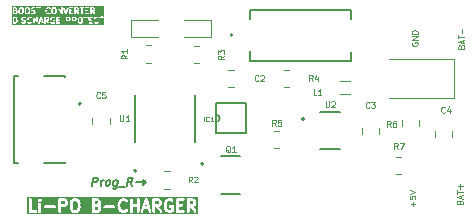
<source format=gbr>
%TF.GenerationSoftware,KiCad,Pcbnew,8.0.1*%
%TF.CreationDate,2024-04-19T14:44:52+05:30*%
%TF.ProjectId,Li-po_charger_with_BOOST,4c692d70-6f5f-4636-9861-726765725f77,rev?*%
%TF.SameCoordinates,Original*%
%TF.FileFunction,Legend,Top*%
%TF.FilePolarity,Positive*%
%FSLAX46Y46*%
G04 Gerber Fmt 4.6, Leading zero omitted, Abs format (unit mm)*
G04 Created by KiCad (PCBNEW 8.0.1) date 2024-04-19 14:44:52*
%MOMM*%
%LPD*%
G01*
G04 APERTURE LIST*
%ADD10C,0.125000*%
%ADD11C,0.150000*%
%ADD12C,0.175000*%
%ADD13C,0.250000*%
%ADD14C,0.100000*%
%ADD15C,0.127000*%
%ADD16C,0.200000*%
%ADD17C,0.120000*%
%ADD18C,0.152400*%
G04 APERTURE END LIST*
D10*
G36*
X56700566Y-76691602D02*
G01*
X56754807Y-76706837D01*
X56784661Y-76733733D01*
X56802452Y-76764431D01*
X56802554Y-76766515D01*
X56825074Y-76843690D01*
X56824497Y-76846595D01*
X56827215Y-76901061D01*
X56826363Y-76902865D01*
X56809813Y-76982054D01*
X56807287Y-76985310D01*
X56792837Y-77019289D01*
X56762609Y-77052843D01*
X56718684Y-77069863D01*
X56663232Y-77071709D01*
X56659792Y-76692861D01*
X56700404Y-76691510D01*
X56700566Y-76691602D01*
G37*
G36*
X62297788Y-76702660D02*
G01*
X62330125Y-76731792D01*
X62348883Y-76796072D01*
X62348306Y-76798976D01*
X62351992Y-76946630D01*
X62350172Y-76950483D01*
X62334382Y-77026030D01*
X62309380Y-77053783D01*
X62280985Y-77070239D01*
X62216061Y-77072831D01*
X62190489Y-77061957D01*
X62158152Y-77032825D01*
X62139395Y-76968546D01*
X62139973Y-76965642D01*
X62136286Y-76817987D01*
X62138107Y-76814134D01*
X62153895Y-76738586D01*
X62178896Y-76710835D01*
X62207291Y-76694378D01*
X62272217Y-76691786D01*
X62297788Y-76702660D01*
G37*
G36*
X58970115Y-76928469D02*
G01*
X58899220Y-76929756D01*
X58933861Y-76822761D01*
X58970115Y-76928469D01*
G37*
G36*
X59464785Y-76702800D02*
G01*
X59477014Y-76713162D01*
X59491710Y-76738521D01*
X59493797Y-76780346D01*
X59483170Y-76805339D01*
X59472812Y-76817562D01*
X59447994Y-76831945D01*
X59375518Y-76833553D01*
X59373479Y-76833194D01*
X59372881Y-76833612D01*
X59327745Y-76834614D01*
X59326464Y-76693510D01*
X59437161Y-76691053D01*
X59464785Y-76702800D01*
G37*
G36*
X61798118Y-76702800D02*
G01*
X61810347Y-76713162D01*
X61825043Y-76738521D01*
X61827130Y-76780346D01*
X61816503Y-76805339D01*
X61806145Y-76817562D01*
X61781327Y-76831945D01*
X61708851Y-76833553D01*
X61706812Y-76833194D01*
X61706214Y-76833612D01*
X61661078Y-76834614D01*
X61659797Y-76693510D01*
X61770494Y-76691053D01*
X61798118Y-76702800D01*
G37*
G36*
X61298118Y-76702800D02*
G01*
X61310347Y-76713162D01*
X61325043Y-76738521D01*
X61327130Y-76780346D01*
X61316503Y-76805339D01*
X61306145Y-76817562D01*
X61281327Y-76831945D01*
X61161078Y-76834614D01*
X61159797Y-76693510D01*
X61270494Y-76691053D01*
X61298118Y-76702800D01*
G37*
G36*
X56748185Y-76124725D02*
G01*
X56803110Y-76140152D01*
X56810348Y-76146285D01*
X56825044Y-76171644D01*
X56827131Y-76213469D01*
X56816504Y-76238462D01*
X56806145Y-76250686D01*
X56781329Y-76265068D01*
X56663241Y-76267689D01*
X56661958Y-76126417D01*
X56747411Y-76124283D01*
X56748185Y-76124725D01*
G37*
G36*
X56774310Y-75897828D02*
G01*
X56786538Y-75908190D01*
X56801441Y-75933904D01*
X56802711Y-75953002D01*
X56792696Y-75976554D01*
X56782334Y-75988782D01*
X56757468Y-76003193D01*
X56660861Y-76005605D01*
X56659796Y-75888376D01*
X56746964Y-75886200D01*
X56774310Y-75897828D01*
G37*
G36*
X57297789Y-75897688D02*
G01*
X57330126Y-75926820D01*
X57348884Y-75991100D01*
X57348307Y-75994004D01*
X57351993Y-76141658D01*
X57350173Y-76145511D01*
X57334383Y-76221058D01*
X57309381Y-76248811D01*
X57280986Y-76265267D01*
X57216062Y-76267859D01*
X57190490Y-76256985D01*
X57158153Y-76227853D01*
X57139396Y-76163574D01*
X57139974Y-76160670D01*
X57136287Y-76013015D01*
X57138108Y-76009162D01*
X57153896Y-75933614D01*
X57178897Y-75905863D01*
X57207292Y-75889406D01*
X57272218Y-75886814D01*
X57297789Y-75897688D01*
G37*
G36*
X57821599Y-75897688D02*
G01*
X57853936Y-75926820D01*
X57872694Y-75991100D01*
X57872117Y-75994004D01*
X57875803Y-76141658D01*
X57873983Y-76145511D01*
X57858193Y-76221058D01*
X57833191Y-76248811D01*
X57804796Y-76265267D01*
X57739872Y-76267859D01*
X57714300Y-76256985D01*
X57681963Y-76227853D01*
X57663206Y-76163574D01*
X57663784Y-76160670D01*
X57660097Y-76013015D01*
X57661918Y-76009162D01*
X57677706Y-75933614D01*
X57702707Y-75905863D01*
X57731102Y-75889406D01*
X57796028Y-75886814D01*
X57821599Y-75897688D01*
G37*
G36*
X60083503Y-75897688D02*
G01*
X60115840Y-75926820D01*
X60134598Y-75991100D01*
X60134021Y-75994004D01*
X60137707Y-76141658D01*
X60135887Y-76145511D01*
X60120097Y-76221058D01*
X60095095Y-76248811D01*
X60066700Y-76265267D01*
X60001776Y-76267859D01*
X59976204Y-76256985D01*
X59943867Y-76227853D01*
X59925110Y-76163574D01*
X59925688Y-76160670D01*
X59922001Y-76013015D01*
X59923822Y-76009162D01*
X59939610Y-75933614D01*
X59964611Y-75905863D01*
X59993006Y-75889406D01*
X60057932Y-75886814D01*
X60083503Y-75897688D01*
G37*
G36*
X62012405Y-75897828D02*
G01*
X62024634Y-75908190D01*
X62039330Y-75933549D01*
X62041417Y-75975374D01*
X62030790Y-76000367D01*
X62020432Y-76012590D01*
X61995614Y-76026973D01*
X61923138Y-76028581D01*
X61921099Y-76028222D01*
X61920501Y-76028640D01*
X61875365Y-76029642D01*
X61874084Y-75888538D01*
X61984781Y-75886081D01*
X62012405Y-75897828D01*
G37*
G36*
X63345738Y-75897828D02*
G01*
X63357967Y-75908190D01*
X63372663Y-75933549D01*
X63374750Y-75975374D01*
X63364123Y-76000367D01*
X63353765Y-76012590D01*
X63328947Y-76026973D01*
X63256471Y-76028581D01*
X63254432Y-76028222D01*
X63253834Y-76028640D01*
X63208698Y-76029642D01*
X63207417Y-75888538D01*
X63318114Y-75886081D01*
X63345738Y-75897828D01*
G37*
G36*
X64292953Y-77257309D02*
G01*
X56476283Y-77257309D01*
X56476283Y-76632309D01*
X56538783Y-76632309D01*
X56543541Y-77156227D01*
X56577365Y-77190051D01*
X56601283Y-77194809D01*
X56709043Y-77191222D01*
X56715900Y-77194651D01*
X56740095Y-77191602D01*
X56744083Y-77190056D01*
X56744249Y-77190051D01*
X56744344Y-77189955D01*
X56805541Y-77166242D01*
X56815677Y-77166242D01*
X56829670Y-77156892D01*
X56832709Y-77155715D01*
X56833349Y-77154434D01*
X56835954Y-77152694D01*
X56874330Y-77110094D01*
X56880327Y-77108096D01*
X56895279Y-77088831D01*
X56896882Y-77085061D01*
X56897120Y-77084797D01*
X56897120Y-77084501D01*
X56910970Y-77051929D01*
X56913405Y-77050469D01*
X56923822Y-77028419D01*
X56941143Y-76945536D01*
X56944739Y-76941941D01*
X56949497Y-76918023D01*
X56946577Y-76859525D01*
X56948816Y-76855795D01*
X56947631Y-76831437D01*
X56924164Y-76751021D01*
X56925530Y-76746926D01*
X56919090Y-76723406D01*
X56897120Y-76685497D01*
X56897120Y-76679821D01*
X56883572Y-76659544D01*
X56880446Y-76656728D01*
X56880327Y-76656522D01*
X56880153Y-76656464D01*
X56853341Y-76632309D01*
X57038783Y-76632309D01*
X57043541Y-77156227D01*
X57077365Y-77190051D01*
X57125201Y-77190051D01*
X57159025Y-77156227D01*
X57163783Y-77132309D01*
X57160107Y-76727547D01*
X57253069Y-76727547D01*
X57255981Y-76771330D01*
X57253226Y-76779596D01*
X57257590Y-76795535D01*
X57257827Y-76799084D01*
X57258840Y-76800097D01*
X57259667Y-76803116D01*
X57281636Y-76841024D01*
X57281636Y-76846702D01*
X57295184Y-76866979D01*
X57298118Y-76869465D01*
X57298428Y-76870000D01*
X57298957Y-76870176D01*
X57314601Y-76883432D01*
X57315972Y-76887545D01*
X57335238Y-76902497D01*
X57338974Y-76904085D01*
X57339271Y-76904337D01*
X57339565Y-76904337D01*
X57372137Y-76918187D01*
X57373598Y-76920621D01*
X57395648Y-76931038D01*
X57474838Y-76947588D01*
X57478095Y-76950116D01*
X57512407Y-76964705D01*
X57524633Y-76975066D01*
X57539536Y-77000781D01*
X57540806Y-77019879D01*
X57530791Y-77043431D01*
X57520429Y-77055659D01*
X57495403Y-77070163D01*
X57406922Y-77073107D01*
X57406761Y-77073016D01*
X57311138Y-77046158D01*
X57268353Y-77067550D01*
X57253227Y-77112931D01*
X57274619Y-77155716D01*
X57295805Y-77167793D01*
X57358403Y-77185375D01*
X57363079Y-77190051D01*
X57386997Y-77194809D01*
X57499694Y-77191058D01*
X57510475Y-77194652D01*
X57526904Y-77190152D01*
X57529963Y-77190051D01*
X57530976Y-77189037D01*
X57533995Y-77188211D01*
X57571903Y-77166242D01*
X57577582Y-77166242D01*
X57597859Y-77152693D01*
X57600344Y-77149759D01*
X57600879Y-77149450D01*
X57601055Y-77148920D01*
X57614311Y-77133275D01*
X57618422Y-77131906D01*
X57633374Y-77112641D01*
X57634962Y-77108904D01*
X57635216Y-77108606D01*
X57635215Y-77108309D01*
X57652610Y-77067403D01*
X57659025Y-77060989D01*
X57662265Y-77044698D01*
X57663625Y-77041502D01*
X57663171Y-77040142D01*
X57663783Y-77037071D01*
X57660870Y-76993284D01*
X57663625Y-76985021D01*
X57659261Y-76969083D01*
X57659025Y-76965534D01*
X57658011Y-76964520D01*
X57657185Y-76961501D01*
X57635215Y-76923594D01*
X57635216Y-76917917D01*
X57621668Y-76897640D01*
X57618732Y-76895152D01*
X57618422Y-76894617D01*
X57617892Y-76894440D01*
X57602249Y-76881184D01*
X57600879Y-76877073D01*
X57581614Y-76862121D01*
X57577879Y-76860532D01*
X57577582Y-76860281D01*
X57577286Y-76860280D01*
X57545102Y-76846595D01*
X57729259Y-76846595D01*
X57732178Y-76905092D01*
X57729940Y-76908823D01*
X57731125Y-76933181D01*
X57754591Y-77013596D01*
X57753226Y-77017692D01*
X57759667Y-77041212D01*
X57781635Y-77079118D01*
X57781635Y-77084797D01*
X57795183Y-77105074D01*
X57798310Y-77107891D01*
X57798429Y-77108096D01*
X57798601Y-77108153D01*
X57841663Y-77146948D01*
X57846047Y-77155716D01*
X57860609Y-77164017D01*
X57863079Y-77166242D01*
X57864512Y-77166242D01*
X57867233Y-77167793D01*
X57929831Y-77185375D01*
X57934507Y-77190051D01*
X57958425Y-77194809D01*
X57962460Y-77194540D01*
X57962857Y-77194652D01*
X57963174Y-77194493D01*
X57996820Y-77192255D01*
X58001612Y-77194651D01*
X58025808Y-77191602D01*
X58029779Y-77190063D01*
X58029962Y-77190051D01*
X58030057Y-77189955D01*
X58091256Y-77166242D01*
X58101391Y-77166242D01*
X58115378Y-77156895D01*
X58118423Y-77155716D01*
X58119064Y-77154432D01*
X58121668Y-77152693D01*
X58159025Y-77108606D01*
X58159024Y-77060771D01*
X58125198Y-77026947D01*
X58077364Y-77026948D01*
X58057087Y-77040497D01*
X58045794Y-77053823D01*
X58004227Y-77069929D01*
X57974290Y-77071920D01*
X57923950Y-77057781D01*
X57894095Y-77030885D01*
X57876303Y-77000185D01*
X57876202Y-76998103D01*
X57853681Y-76920927D01*
X57854259Y-76918023D01*
X57851540Y-76863556D01*
X57852393Y-76861753D01*
X57868942Y-76782563D01*
X57871469Y-76779308D01*
X57885919Y-76745326D01*
X57916144Y-76711776D01*
X57960242Y-76694688D01*
X57990178Y-76692697D01*
X58041205Y-76707029D01*
X58077365Y-76737670D01*
X58125199Y-76737670D01*
X58159024Y-76703845D01*
X58159024Y-76656011D01*
X58145476Y-76635734D01*
X58141434Y-76632309D01*
X58253068Y-76632309D01*
X58257826Y-77156227D01*
X58291650Y-77190051D01*
X58339486Y-77190051D01*
X58373310Y-77156227D01*
X58378068Y-77132309D01*
X58376248Y-76931971D01*
X58541480Y-76929432D01*
X58543540Y-77156227D01*
X58577364Y-77190051D01*
X58625200Y-77190051D01*
X58659024Y-77156227D01*
X58662901Y-77136740D01*
X58705608Y-77136740D01*
X58727000Y-77179524D01*
X58772381Y-77194651D01*
X58815165Y-77173259D01*
X58827243Y-77152073D01*
X58859919Y-77051146D01*
X59011246Y-77048398D01*
X59054068Y-77173259D01*
X59096852Y-77194651D01*
X59142233Y-77179524D01*
X59163625Y-77136740D01*
X59160576Y-77112544D01*
X59111406Y-76969174D01*
X59111406Y-76965534D01*
X59109506Y-76963634D01*
X58995875Y-76632309D01*
X59205449Y-76632309D01*
X59210207Y-77156227D01*
X59244031Y-77190051D01*
X59291867Y-77190051D01*
X59325691Y-77156227D01*
X59330449Y-77132309D01*
X59328842Y-76955362D01*
X59353688Y-76954811D01*
X59520075Y-77185016D01*
X59567182Y-77193329D01*
X59606370Y-77165897D01*
X59614683Y-77118791D01*
X59604865Y-77096468D01*
X59495332Y-76944924D01*
X59524282Y-76928146D01*
X59529960Y-76928147D01*
X59550237Y-76914599D01*
X59552724Y-76911663D01*
X59553260Y-76911353D01*
X59553436Y-76910823D01*
X59566691Y-76895181D01*
X59570804Y-76893811D01*
X59585756Y-76874545D01*
X59587343Y-76870810D01*
X59587596Y-76870513D01*
X59587596Y-76870217D01*
X59597640Y-76846595D01*
X59681640Y-76846595D01*
X59684559Y-76905092D01*
X59682321Y-76908823D01*
X59683506Y-76933181D01*
X59706972Y-77013596D01*
X59705607Y-77017692D01*
X59712048Y-77041212D01*
X59734016Y-77079118D01*
X59734016Y-77084797D01*
X59747564Y-77105074D01*
X59750691Y-77107891D01*
X59750810Y-77108096D01*
X59750982Y-77108153D01*
X59794044Y-77146948D01*
X59798428Y-77155716D01*
X59812990Y-77164017D01*
X59815460Y-77166242D01*
X59816893Y-77166242D01*
X59819614Y-77167793D01*
X59882212Y-77185375D01*
X59886888Y-77190051D01*
X59910806Y-77194809D01*
X59914841Y-77194540D01*
X59915238Y-77194652D01*
X59915555Y-77194493D01*
X59949201Y-77192255D01*
X59953993Y-77194651D01*
X59978189Y-77191602D01*
X59982160Y-77190063D01*
X59982343Y-77190051D01*
X59982438Y-77189955D01*
X60043637Y-77166242D01*
X60053772Y-77166242D01*
X60067759Y-77156895D01*
X60070804Y-77155716D01*
X60071445Y-77154432D01*
X60074049Y-77152693D01*
X60111400Y-77108612D01*
X60111405Y-77108608D01*
X60111405Y-77108606D01*
X60111406Y-77108606D01*
X60111405Y-77108602D01*
X60116163Y-77084690D01*
X60111405Y-76894105D01*
X60077581Y-76860281D01*
X60053663Y-76855523D01*
X59934507Y-76860281D01*
X59900683Y-76894105D01*
X59900683Y-76941941D01*
X59934507Y-76975765D01*
X59958425Y-76980523D01*
X59992689Y-76979154D01*
X59994588Y-77055213D01*
X59956608Y-77069929D01*
X59926671Y-77071920D01*
X59876331Y-77057781D01*
X59846476Y-77030885D01*
X59828684Y-77000185D01*
X59828583Y-76998103D01*
X59806062Y-76920927D01*
X59806640Y-76918023D01*
X59803921Y-76863556D01*
X59804774Y-76861753D01*
X59821323Y-76782563D01*
X59823850Y-76779308D01*
X59838300Y-76745326D01*
X59868525Y-76711776D01*
X59912534Y-76694722D01*
X59963606Y-76692174D01*
X60025423Y-76718461D01*
X60070803Y-76703335D01*
X60092197Y-76660550D01*
X60082783Y-76632309D01*
X60205449Y-76632309D01*
X60210207Y-77156227D01*
X60244031Y-77190051D01*
X60267949Y-77194809D01*
X60529962Y-77190051D01*
X60563786Y-77156227D01*
X60563786Y-77108391D01*
X60529962Y-77074567D01*
X60506044Y-77069809D01*
X60329910Y-77073007D01*
X60328624Y-76931389D01*
X60458534Y-76928146D01*
X60492358Y-76894322D01*
X60492358Y-76846486D01*
X60458534Y-76812662D01*
X60434616Y-76807904D01*
X60327527Y-76810577D01*
X60326466Y-76693746D01*
X60529962Y-76690051D01*
X60563786Y-76656227D01*
X60563786Y-76632309D01*
X61038782Y-76632309D01*
X61043540Y-77156227D01*
X61077364Y-77190051D01*
X61125200Y-77190051D01*
X61159024Y-77156227D01*
X61163782Y-77132309D01*
X61162175Y-76955362D01*
X61284466Y-76952648D01*
X61296189Y-76956556D01*
X61312749Y-76952020D01*
X61315676Y-76951956D01*
X61316690Y-76950941D01*
X61319709Y-76950115D01*
X61357615Y-76928146D01*
X61363293Y-76928147D01*
X61383570Y-76914599D01*
X61386057Y-76911663D01*
X61386593Y-76911353D01*
X61386769Y-76910823D01*
X61400024Y-76895181D01*
X61404137Y-76893811D01*
X61419089Y-76874545D01*
X61420676Y-76870810D01*
X61420929Y-76870513D01*
X61420929Y-76870217D01*
X61438324Y-76829307D01*
X61444738Y-76822894D01*
X61447978Y-76806602D01*
X61449338Y-76803406D01*
X61448885Y-76802047D01*
X61449496Y-76798976D01*
X61446182Y-76732582D01*
X61449338Y-76723117D01*
X61444901Y-76706915D01*
X61444738Y-76703629D01*
X61443724Y-76702615D01*
X61442898Y-76699596D01*
X61420929Y-76661687D01*
X61420929Y-76656010D01*
X61407380Y-76635733D01*
X61404447Y-76633248D01*
X61404137Y-76632712D01*
X61403605Y-76632534D01*
X61403339Y-76632309D01*
X61538782Y-76632309D01*
X61543540Y-77156227D01*
X61577364Y-77190051D01*
X61625200Y-77190051D01*
X61659024Y-77156227D01*
X61663782Y-77132309D01*
X61662175Y-76955362D01*
X61687021Y-76954811D01*
X61853408Y-77185016D01*
X61900515Y-77193329D01*
X61939703Y-77165897D01*
X61948016Y-77118791D01*
X61938198Y-77096468D01*
X61828665Y-76944924D01*
X61857615Y-76928146D01*
X61863293Y-76928147D01*
X61883570Y-76914599D01*
X61886057Y-76911663D01*
X61886593Y-76911353D01*
X61886769Y-76910823D01*
X61900024Y-76895181D01*
X61904137Y-76893811D01*
X61919089Y-76874545D01*
X61920676Y-76870810D01*
X61920929Y-76870513D01*
X61920929Y-76870217D01*
X61938324Y-76829307D01*
X61944738Y-76822894D01*
X61947978Y-76806602D01*
X61949338Y-76803406D01*
X61948885Y-76802047D01*
X61949496Y-76798976D01*
X62014973Y-76798976D01*
X62018774Y-76951241D01*
X62015654Y-76956442D01*
X62016839Y-76980800D01*
X62043539Y-77072298D01*
X62043539Y-77084797D01*
X62050014Y-77094489D01*
X62051065Y-77098088D01*
X62053325Y-77099444D01*
X62057087Y-77105074D01*
X62099685Y-77143451D01*
X62101685Y-77149450D01*
X62120951Y-77164402D01*
X62124719Y-77166004D01*
X62124983Y-77166242D01*
X62125278Y-77166242D01*
X62166188Y-77183637D01*
X62172602Y-77190051D01*
X62188893Y-77193291D01*
X62192090Y-77194651D01*
X62193448Y-77194198D01*
X62196520Y-77194809D01*
X62285946Y-77191238D01*
X62296188Y-77194652D01*
X62312530Y-77190176D01*
X62315676Y-77190051D01*
X62316689Y-77189037D01*
X62319708Y-77188211D01*
X62357616Y-77166242D01*
X62363295Y-77166242D01*
X62383572Y-77152694D01*
X62386387Y-77149568D01*
X62386592Y-77149450D01*
X62386649Y-77149278D01*
X62427530Y-77103898D01*
X62437213Y-77098089D01*
X62442119Y-77087704D01*
X62444738Y-77084797D01*
X62444738Y-77082160D01*
X62447630Y-77076039D01*
X62464952Y-76993155D01*
X62468548Y-76989560D01*
X62473306Y-76965642D01*
X62469504Y-76813375D01*
X62472625Y-76808175D01*
X62471440Y-76783817D01*
X62444738Y-76692315D01*
X62444738Y-76679821D01*
X62438264Y-76670132D01*
X62437213Y-76666529D01*
X62434949Y-76665171D01*
X62431190Y-76659544D01*
X62427508Y-76656227D01*
X62495922Y-76656227D01*
X62529746Y-76690051D01*
X62553664Y-76694809D01*
X62634577Y-76693565D01*
X62638779Y-77156227D01*
X62672603Y-77190051D01*
X62720439Y-77190051D01*
X62754263Y-77156227D01*
X62759021Y-77132309D01*
X62755019Y-76691714D01*
X62863296Y-76690051D01*
X62897120Y-76656227D01*
X62897120Y-76632309D01*
X62943544Y-76632309D01*
X62948302Y-77156227D01*
X62982126Y-77190051D01*
X63006044Y-77194809D01*
X63268057Y-77190051D01*
X63301881Y-77156227D01*
X63301881Y-77108391D01*
X63268057Y-77074567D01*
X63244139Y-77069809D01*
X63068005Y-77073007D01*
X63066719Y-76931389D01*
X63196629Y-76928146D01*
X63230453Y-76894322D01*
X63230453Y-76846595D01*
X63372116Y-76846595D01*
X63375035Y-76905092D01*
X63372797Y-76908823D01*
X63373982Y-76933181D01*
X63397448Y-77013596D01*
X63396083Y-77017692D01*
X63402524Y-77041212D01*
X63424492Y-77079118D01*
X63424492Y-77084797D01*
X63438040Y-77105074D01*
X63441167Y-77107891D01*
X63441286Y-77108096D01*
X63441458Y-77108153D01*
X63484520Y-77146948D01*
X63488904Y-77155716D01*
X63503466Y-77164017D01*
X63505936Y-77166242D01*
X63507369Y-77166242D01*
X63510090Y-77167793D01*
X63572688Y-77185375D01*
X63577364Y-77190051D01*
X63601282Y-77194809D01*
X63605317Y-77194540D01*
X63605714Y-77194652D01*
X63606031Y-77194493D01*
X63639677Y-77192255D01*
X63644469Y-77194651D01*
X63668665Y-77191602D01*
X63672636Y-77190063D01*
X63672819Y-77190051D01*
X63672914Y-77189955D01*
X63734113Y-77166242D01*
X63744248Y-77166242D01*
X63758235Y-77156895D01*
X63761280Y-77155716D01*
X63761921Y-77154432D01*
X63764525Y-77152693D01*
X63801882Y-77108606D01*
X63801881Y-77060771D01*
X63768055Y-77026947D01*
X63720221Y-77026948D01*
X63699944Y-77040497D01*
X63688651Y-77053823D01*
X63647084Y-77069929D01*
X63617147Y-77071920D01*
X63566807Y-77057781D01*
X63536952Y-77030885D01*
X63519160Y-77000185D01*
X63519059Y-76998103D01*
X63496538Y-76920927D01*
X63497116Y-76918023D01*
X63494397Y-76863556D01*
X63495250Y-76861753D01*
X63511799Y-76782563D01*
X63514326Y-76779308D01*
X63528776Y-76745326D01*
X63559001Y-76711776D01*
X63603099Y-76694688D01*
X63633035Y-76692697D01*
X63684062Y-76707029D01*
X63720222Y-76737670D01*
X63768056Y-76737670D01*
X63801881Y-76703845D01*
X63801881Y-76656227D01*
X63829255Y-76656227D01*
X63863079Y-76690051D01*
X63886997Y-76694809D01*
X63967910Y-76693565D01*
X63972112Y-77156227D01*
X64005936Y-77190051D01*
X64053772Y-77190051D01*
X64087596Y-77156227D01*
X64092354Y-77132309D01*
X64088352Y-76691714D01*
X64196629Y-76690051D01*
X64230453Y-76656227D01*
X64230453Y-76608391D01*
X64196629Y-76574567D01*
X64172711Y-76569809D01*
X63863079Y-76574567D01*
X63829255Y-76608391D01*
X63829255Y-76656227D01*
X63801881Y-76656227D01*
X63801881Y-76656011D01*
X63788333Y-76635734D01*
X63764670Y-76615683D01*
X63761281Y-76608904D01*
X63747190Y-76600870D01*
X63744247Y-76598377D01*
X63742816Y-76598377D01*
X63740095Y-76596826D01*
X63677495Y-76579243D01*
X63672819Y-76574567D01*
X63648901Y-76569809D01*
X63644863Y-76570077D01*
X63644470Y-76569967D01*
X63644154Y-76570124D01*
X63610504Y-76572362D01*
X63605713Y-76569967D01*
X63581517Y-76573016D01*
X63577545Y-76574554D01*
X63577364Y-76574567D01*
X63577268Y-76574662D01*
X63516069Y-76598377D01*
X63505937Y-76598377D01*
X63491946Y-76607724D01*
X63488903Y-76608904D01*
X63488261Y-76610186D01*
X63485660Y-76611925D01*
X63447284Y-76654522D01*
X63441286Y-76656522D01*
X63426334Y-76675787D01*
X63424730Y-76679556D01*
X63424493Y-76679821D01*
X63424493Y-76680116D01*
X63410642Y-76712688D01*
X63408208Y-76714149D01*
X63397791Y-76736199D01*
X63380469Y-76819081D01*
X63376874Y-76822677D01*
X63372116Y-76846595D01*
X63230453Y-76846595D01*
X63230453Y-76846486D01*
X63196629Y-76812662D01*
X63172711Y-76807904D01*
X63065622Y-76810577D01*
X63064561Y-76693746D01*
X63268057Y-76690051D01*
X63301881Y-76656227D01*
X63301881Y-76608391D01*
X63268057Y-76574567D01*
X63244139Y-76569809D01*
X62982126Y-76574567D01*
X62948302Y-76608391D01*
X62943544Y-76632309D01*
X62897120Y-76632309D01*
X62897120Y-76608391D01*
X62863296Y-76574567D01*
X62839378Y-76569809D01*
X62529746Y-76574567D01*
X62495922Y-76608391D01*
X62495922Y-76656227D01*
X62427508Y-76656227D01*
X62388592Y-76621168D01*
X62386593Y-76615170D01*
X62367328Y-76600218D01*
X62363558Y-76598614D01*
X62363294Y-76598377D01*
X62362999Y-76598377D01*
X62322090Y-76580981D01*
X62315676Y-76574567D01*
X62299385Y-76571326D01*
X62296189Y-76569967D01*
X62294829Y-76570420D01*
X62291758Y-76569809D01*
X62202328Y-76573379D01*
X62192089Y-76569967D01*
X62175747Y-76574441D01*
X62172602Y-76574567D01*
X62171588Y-76575580D01*
X62168569Y-76576407D01*
X62130661Y-76598377D01*
X62124984Y-76598377D01*
X62104707Y-76611925D01*
X62101891Y-76615050D01*
X62101685Y-76615170D01*
X62101627Y-76615343D01*
X62060747Y-76660720D01*
X62051065Y-76666530D01*
X62046159Y-76676912D01*
X62043540Y-76679821D01*
X62043540Y-76682458D01*
X62040648Y-76688580D01*
X62023326Y-76771462D01*
X62019731Y-76775058D01*
X62014973Y-76798976D01*
X61949496Y-76798976D01*
X61946182Y-76732582D01*
X61949338Y-76723117D01*
X61944901Y-76706915D01*
X61944738Y-76703629D01*
X61943724Y-76702615D01*
X61942898Y-76699596D01*
X61920929Y-76661687D01*
X61920929Y-76656010D01*
X61907380Y-76635733D01*
X61904447Y-76633248D01*
X61904137Y-76632712D01*
X61903605Y-76632534D01*
X61887963Y-76619280D01*
X61886593Y-76615170D01*
X61867328Y-76600218D01*
X61863591Y-76598629D01*
X61863293Y-76598376D01*
X61862996Y-76598376D01*
X61822090Y-76580981D01*
X61815676Y-76574567D01*
X61799385Y-76571326D01*
X61796189Y-76569967D01*
X61794829Y-76570420D01*
X61791758Y-76569809D01*
X61577364Y-76574567D01*
X61543540Y-76608391D01*
X61538782Y-76632309D01*
X61403339Y-76632309D01*
X61387963Y-76619280D01*
X61386593Y-76615170D01*
X61367328Y-76600218D01*
X61363591Y-76598629D01*
X61363293Y-76598376D01*
X61362996Y-76598376D01*
X61322090Y-76580981D01*
X61315676Y-76574567D01*
X61299385Y-76571326D01*
X61296189Y-76569967D01*
X61294829Y-76570420D01*
X61291758Y-76569809D01*
X61077364Y-76574567D01*
X61043540Y-76608391D01*
X61038782Y-76632309D01*
X60563786Y-76632309D01*
X60563786Y-76608391D01*
X60529962Y-76574567D01*
X60506044Y-76569809D01*
X60244031Y-76574567D01*
X60210207Y-76608391D01*
X60205449Y-76632309D01*
X60082783Y-76632309D01*
X60077070Y-76615170D01*
X60057805Y-76600218D01*
X60012567Y-76580981D01*
X60006153Y-76574567D01*
X59989862Y-76571326D01*
X59986666Y-76569967D01*
X59985306Y-76570420D01*
X59982235Y-76569809D01*
X59921029Y-76572863D01*
X59915237Y-76569967D01*
X59891041Y-76573016D01*
X59887060Y-76574558D01*
X59886888Y-76574567D01*
X59886792Y-76574662D01*
X59825593Y-76598377D01*
X59815461Y-76598377D01*
X59801470Y-76607724D01*
X59798427Y-76608904D01*
X59797785Y-76610186D01*
X59795184Y-76611925D01*
X59756808Y-76654522D01*
X59750810Y-76656522D01*
X59735858Y-76675787D01*
X59734254Y-76679556D01*
X59734017Y-76679821D01*
X59734017Y-76680116D01*
X59720166Y-76712688D01*
X59717732Y-76714149D01*
X59707315Y-76736199D01*
X59689993Y-76819081D01*
X59686398Y-76822677D01*
X59681640Y-76846595D01*
X59597640Y-76846595D01*
X59604991Y-76829307D01*
X59611405Y-76822894D01*
X59614645Y-76806602D01*
X59616005Y-76803406D01*
X59615552Y-76802047D01*
X59616163Y-76798976D01*
X59612849Y-76732582D01*
X59616005Y-76723117D01*
X59611568Y-76706915D01*
X59611405Y-76703629D01*
X59610391Y-76702615D01*
X59609565Y-76699596D01*
X59587596Y-76661687D01*
X59587596Y-76656010D01*
X59574047Y-76635733D01*
X59571114Y-76633248D01*
X59570804Y-76632712D01*
X59570272Y-76632534D01*
X59554630Y-76619280D01*
X59553260Y-76615170D01*
X59533995Y-76600218D01*
X59530258Y-76598629D01*
X59529960Y-76598376D01*
X59529663Y-76598376D01*
X59488757Y-76580981D01*
X59482343Y-76574567D01*
X59466052Y-76571326D01*
X59462856Y-76569967D01*
X59461496Y-76570420D01*
X59458425Y-76569809D01*
X59244031Y-76574567D01*
X59210207Y-76608391D01*
X59205449Y-76632309D01*
X58995875Y-76632309D01*
X58995694Y-76631781D01*
X58996958Y-76627878D01*
X58988671Y-76611305D01*
X58981831Y-76591359D01*
X58977654Y-76589270D01*
X58975566Y-76585094D01*
X58956771Y-76578829D01*
X58939047Y-76569967D01*
X58934616Y-76571444D01*
X58930185Y-76569967D01*
X58912461Y-76578829D01*
X58893666Y-76585094D01*
X58891577Y-76589270D01*
X58887401Y-76591359D01*
X58875323Y-76612545D01*
X58762575Y-76960785D01*
X58757827Y-76965534D01*
X58757827Y-76975452D01*
X58705608Y-77136740D01*
X58662901Y-77136740D01*
X58663782Y-77132309D01*
X58659024Y-76608391D01*
X58625200Y-76574567D01*
X58577364Y-76574567D01*
X58543540Y-76608391D01*
X58538782Y-76632309D01*
X58540385Y-76808839D01*
X58375153Y-76811378D01*
X58373310Y-76608391D01*
X58339486Y-76574567D01*
X58291650Y-76574567D01*
X58257826Y-76608391D01*
X58253068Y-76632309D01*
X58141434Y-76632309D01*
X58121813Y-76615683D01*
X58118424Y-76608904D01*
X58104333Y-76600870D01*
X58101390Y-76598377D01*
X58099959Y-76598377D01*
X58097238Y-76596826D01*
X58034638Y-76579243D01*
X58029962Y-76574567D01*
X58006044Y-76569809D01*
X58002006Y-76570077D01*
X58001613Y-76569967D01*
X58001297Y-76570124D01*
X57967647Y-76572362D01*
X57962856Y-76569967D01*
X57938660Y-76573016D01*
X57934688Y-76574554D01*
X57934507Y-76574567D01*
X57934411Y-76574662D01*
X57873212Y-76598377D01*
X57863080Y-76598377D01*
X57849089Y-76607724D01*
X57846046Y-76608904D01*
X57845404Y-76610186D01*
X57842803Y-76611925D01*
X57804427Y-76654522D01*
X57798429Y-76656522D01*
X57783477Y-76675787D01*
X57781873Y-76679556D01*
X57781636Y-76679821D01*
X57781636Y-76680116D01*
X57767785Y-76712688D01*
X57765351Y-76714149D01*
X57754934Y-76736199D01*
X57737612Y-76819081D01*
X57734017Y-76822677D01*
X57729259Y-76846595D01*
X57545102Y-76846595D01*
X57544712Y-76846429D01*
X57543253Y-76843997D01*
X57521204Y-76833580D01*
X57442013Y-76817029D01*
X57438757Y-76814502D01*
X57404443Y-76799911D01*
X57392219Y-76789552D01*
X57377315Y-76763835D01*
X57376045Y-76744739D01*
X57386060Y-76721184D01*
X57396421Y-76708958D01*
X57421447Y-76694454D01*
X57509928Y-76691510D01*
X57510090Y-76691602D01*
X57605714Y-76718461D01*
X57648498Y-76697069D01*
X57663626Y-76651688D01*
X57642234Y-76608904D01*
X57621048Y-76596826D01*
X57558448Y-76579243D01*
X57553772Y-76574567D01*
X57529854Y-76569809D01*
X57417154Y-76573559D01*
X57406376Y-76569967D01*
X57389947Y-76574465D01*
X57386889Y-76574567D01*
X57385875Y-76575580D01*
X57382856Y-76576407D01*
X57344949Y-76598376D01*
X57339272Y-76598376D01*
X57318995Y-76611924D01*
X57316507Y-76614859D01*
X57315972Y-76615170D01*
X57315795Y-76615699D01*
X57302539Y-76631342D01*
X57298428Y-76632713D01*
X57283476Y-76651978D01*
X57281887Y-76655712D01*
X57281636Y-76656010D01*
X57281635Y-76656305D01*
X57264239Y-76697216D01*
X57257827Y-76703629D01*
X57254586Y-76719916D01*
X57253226Y-76723117D01*
X57253679Y-76724477D01*
X57253069Y-76727547D01*
X57160107Y-76727547D01*
X57159025Y-76608391D01*
X57125201Y-76574567D01*
X57077365Y-76574567D01*
X57043541Y-76608391D01*
X57038783Y-76632309D01*
X56853341Y-76632309D01*
X56837094Y-76617672D01*
X56832710Y-76608904D01*
X56818142Y-76600599D01*
X56815676Y-76598377D01*
X56814245Y-76598377D01*
X56811524Y-76596826D01*
X56748924Y-76579242D01*
X56744249Y-76574567D01*
X56720331Y-76569809D01*
X56577365Y-76574567D01*
X56543541Y-76608391D01*
X56538783Y-76632309D01*
X56476283Y-76632309D01*
X56476283Y-75827337D01*
X56538783Y-75827337D01*
X56543541Y-76351255D01*
X56577365Y-76385079D01*
X56601283Y-76389837D01*
X56784464Y-76385771D01*
X56796189Y-76389680D01*
X56812753Y-76385143D01*
X56815677Y-76385079D01*
X56816690Y-76384065D01*
X56819709Y-76383239D01*
X56857618Y-76361270D01*
X56863295Y-76361270D01*
X56883572Y-76347722D01*
X56886058Y-76344787D01*
X56886593Y-76344478D01*
X56886769Y-76343948D01*
X56900025Y-76328304D01*
X56904138Y-76326934D01*
X56919090Y-76307668D01*
X56920678Y-76303931D01*
X56920930Y-76303635D01*
X56920930Y-76303340D01*
X56938325Y-76262430D01*
X56944739Y-76256017D01*
X56947979Y-76239725D01*
X56949339Y-76236529D01*
X56948886Y-76235170D01*
X56949497Y-76232099D01*
X56946183Y-76165705D01*
X56949339Y-76156240D01*
X56944902Y-76140038D01*
X56944739Y-76136752D01*
X56943725Y-76135738D01*
X56942899Y-76132719D01*
X56920930Y-76094810D01*
X56920930Y-76089133D01*
X56907381Y-76068856D01*
X56904448Y-76066371D01*
X56904138Y-76065835D01*
X56903606Y-76065657D01*
X56889268Y-76053508D01*
X56895279Y-76045764D01*
X56896869Y-76042026D01*
X56897121Y-76041729D01*
X56897120Y-76041432D01*
X56914515Y-76000526D01*
X56920930Y-75994112D01*
X56920951Y-75994004D01*
X57014974Y-75994004D01*
X57018775Y-76146269D01*
X57015655Y-76151470D01*
X57016840Y-76175828D01*
X57043540Y-76267326D01*
X57043540Y-76279825D01*
X57050015Y-76289517D01*
X57051066Y-76293116D01*
X57053326Y-76294472D01*
X57057088Y-76300102D01*
X57099686Y-76338479D01*
X57101686Y-76344478D01*
X57120952Y-76359430D01*
X57124720Y-76361032D01*
X57124984Y-76361270D01*
X57125279Y-76361270D01*
X57166189Y-76378665D01*
X57172603Y-76385079D01*
X57188894Y-76388319D01*
X57192091Y-76389679D01*
X57193449Y-76389226D01*
X57196521Y-76389837D01*
X57285947Y-76386266D01*
X57296189Y-76389680D01*
X57312531Y-76385204D01*
X57315677Y-76385079D01*
X57316690Y-76384065D01*
X57319709Y-76383239D01*
X57357617Y-76361270D01*
X57363296Y-76361270D01*
X57383573Y-76347722D01*
X57386388Y-76344596D01*
X57386593Y-76344478D01*
X57386650Y-76344306D01*
X57427531Y-76298926D01*
X57437214Y-76293117D01*
X57442120Y-76282732D01*
X57444739Y-76279825D01*
X57444739Y-76277188D01*
X57447631Y-76271067D01*
X57464953Y-76188183D01*
X57468549Y-76184588D01*
X57473307Y-76160670D01*
X57469505Y-76008403D01*
X57472626Y-76003203D01*
X57472178Y-75994004D01*
X57538784Y-75994004D01*
X57542585Y-76146269D01*
X57539465Y-76151470D01*
X57540650Y-76175828D01*
X57567350Y-76267326D01*
X57567350Y-76279825D01*
X57573825Y-76289517D01*
X57574876Y-76293116D01*
X57577136Y-76294472D01*
X57580898Y-76300102D01*
X57623496Y-76338479D01*
X57625496Y-76344478D01*
X57644762Y-76359430D01*
X57648530Y-76361032D01*
X57648794Y-76361270D01*
X57649089Y-76361270D01*
X57689999Y-76378665D01*
X57696413Y-76385079D01*
X57712704Y-76388319D01*
X57715901Y-76389679D01*
X57717259Y-76389226D01*
X57720331Y-76389837D01*
X57809757Y-76386266D01*
X57819999Y-76389680D01*
X57836341Y-76385204D01*
X57839487Y-76385079D01*
X57840500Y-76384065D01*
X57843519Y-76383239D01*
X57881427Y-76361270D01*
X57887106Y-76361270D01*
X57907383Y-76347722D01*
X57910198Y-76344596D01*
X57910403Y-76344478D01*
X57910460Y-76344306D01*
X57951341Y-76298926D01*
X57961024Y-76293117D01*
X57965930Y-76282732D01*
X57968549Y-76279825D01*
X57968549Y-76277188D01*
X57971441Y-76271067D01*
X57988763Y-76188183D01*
X57992359Y-76184588D01*
X57997117Y-76160670D01*
X57993315Y-76008403D01*
X57996436Y-76003203D01*
X57995251Y-75978845D01*
X57978830Y-75922575D01*
X58062594Y-75922575D01*
X58065506Y-75966358D01*
X58062751Y-75974624D01*
X58067115Y-75990563D01*
X58067352Y-75994112D01*
X58068365Y-75995125D01*
X58069192Y-75998144D01*
X58091161Y-76036052D01*
X58091161Y-76041730D01*
X58104709Y-76062007D01*
X58107643Y-76064493D01*
X58107953Y-76065028D01*
X58108482Y-76065204D01*
X58124126Y-76078460D01*
X58125497Y-76082573D01*
X58144763Y-76097525D01*
X58148499Y-76099113D01*
X58148796Y-76099365D01*
X58149090Y-76099365D01*
X58181662Y-76113215D01*
X58183123Y-76115649D01*
X58205173Y-76126066D01*
X58284363Y-76142616D01*
X58287620Y-76145144D01*
X58321932Y-76159733D01*
X58334158Y-76170094D01*
X58349061Y-76195809D01*
X58350331Y-76214907D01*
X58340316Y-76238459D01*
X58329954Y-76250687D01*
X58304928Y-76265191D01*
X58216447Y-76268135D01*
X58216286Y-76268044D01*
X58120663Y-76241186D01*
X58077878Y-76262578D01*
X58062752Y-76307959D01*
X58084144Y-76350744D01*
X58105330Y-76362821D01*
X58167928Y-76380403D01*
X58172604Y-76385079D01*
X58196522Y-76389837D01*
X58309219Y-76386086D01*
X58320000Y-76389680D01*
X58336429Y-76385180D01*
X58339488Y-76385079D01*
X58340501Y-76384065D01*
X58343520Y-76383239D01*
X58381428Y-76361270D01*
X58387107Y-76361270D01*
X58407384Y-76347721D01*
X58409869Y-76344787D01*
X58410404Y-76344478D01*
X58410580Y-76343948D01*
X58423836Y-76328303D01*
X58427947Y-76326934D01*
X58442899Y-76307669D01*
X58444487Y-76303932D01*
X58444741Y-76303634D01*
X58444740Y-76303337D01*
X58462135Y-76262431D01*
X58468550Y-76256017D01*
X58471790Y-76239726D01*
X58473150Y-76236530D01*
X58472696Y-76235170D01*
X58473308Y-76232099D01*
X58470395Y-76188312D01*
X58473150Y-76180049D01*
X58468786Y-76164111D01*
X58468550Y-76160562D01*
X58467536Y-76159548D01*
X58466710Y-76156529D01*
X58444740Y-76118622D01*
X58444741Y-76112945D01*
X58431193Y-76092668D01*
X58428257Y-76090180D01*
X58427947Y-76089645D01*
X58427417Y-76089468D01*
X58411774Y-76076212D01*
X58410404Y-76072101D01*
X58391139Y-76057149D01*
X58387404Y-76055560D01*
X58387107Y-76055309D01*
X58386811Y-76055308D01*
X58354237Y-76041457D01*
X58352778Y-76039025D01*
X58330729Y-76028608D01*
X58251538Y-76012057D01*
X58248282Y-76009530D01*
X58213968Y-75994939D01*
X58201744Y-75984580D01*
X58186840Y-75958863D01*
X58185570Y-75939767D01*
X58195585Y-75916212D01*
X58205946Y-75903986D01*
X58230972Y-75889482D01*
X58319453Y-75886538D01*
X58319615Y-75886630D01*
X58415239Y-75913489D01*
X58458023Y-75892097D01*
X58471638Y-75851255D01*
X58495923Y-75851255D01*
X58529747Y-75885079D01*
X58553665Y-75889837D01*
X58634578Y-75888593D01*
X58638780Y-76351255D01*
X58672604Y-76385079D01*
X58720440Y-76385079D01*
X58754264Y-76351255D01*
X58759022Y-76327337D01*
X58756427Y-76041623D01*
X59300688Y-76041623D01*
X59303607Y-76100120D01*
X59301369Y-76103851D01*
X59302554Y-76128209D01*
X59326020Y-76208624D01*
X59324655Y-76212720D01*
X59331096Y-76236240D01*
X59353064Y-76274146D01*
X59353064Y-76279825D01*
X59366612Y-76300102D01*
X59369739Y-76302919D01*
X59369858Y-76303124D01*
X59370030Y-76303181D01*
X59413092Y-76341976D01*
X59417476Y-76350744D01*
X59432038Y-76359045D01*
X59434508Y-76361270D01*
X59435941Y-76361270D01*
X59438662Y-76362821D01*
X59501260Y-76380403D01*
X59505936Y-76385079D01*
X59529854Y-76389837D01*
X59533889Y-76389568D01*
X59534286Y-76389680D01*
X59534603Y-76389521D01*
X59568249Y-76387283D01*
X59573041Y-76389679D01*
X59597237Y-76386630D01*
X59601208Y-76385091D01*
X59601391Y-76385079D01*
X59601486Y-76384983D01*
X59662685Y-76361270D01*
X59672820Y-76361270D01*
X59686807Y-76351923D01*
X59689852Y-76350744D01*
X59690493Y-76349460D01*
X59693097Y-76347721D01*
X59730454Y-76303634D01*
X59730453Y-76255799D01*
X59696627Y-76221975D01*
X59648793Y-76221976D01*
X59628516Y-76235525D01*
X59617223Y-76248851D01*
X59575656Y-76264957D01*
X59545719Y-76266948D01*
X59495379Y-76252809D01*
X59465524Y-76225913D01*
X59447732Y-76195213D01*
X59447631Y-76193131D01*
X59425110Y-76115955D01*
X59425688Y-76113051D01*
X59422969Y-76058584D01*
X59423822Y-76056781D01*
X59436941Y-75994004D01*
X59800688Y-75994004D01*
X59804489Y-76146269D01*
X59801369Y-76151470D01*
X59802554Y-76175828D01*
X59829254Y-76267326D01*
X59829254Y-76279825D01*
X59835729Y-76289517D01*
X59836780Y-76293116D01*
X59839040Y-76294472D01*
X59842802Y-76300102D01*
X59885400Y-76338479D01*
X59887400Y-76344478D01*
X59906666Y-76359430D01*
X59910434Y-76361032D01*
X59910698Y-76361270D01*
X59910993Y-76361270D01*
X59951903Y-76378665D01*
X59958317Y-76385079D01*
X59974608Y-76388319D01*
X59977805Y-76389679D01*
X59979163Y-76389226D01*
X59982235Y-76389837D01*
X60071661Y-76386266D01*
X60081903Y-76389680D01*
X60098245Y-76385204D01*
X60101391Y-76385079D01*
X60102404Y-76384065D01*
X60105423Y-76383239D01*
X60143331Y-76361270D01*
X60149010Y-76361270D01*
X60169287Y-76347722D01*
X60172102Y-76344596D01*
X60172307Y-76344478D01*
X60172364Y-76344306D01*
X60213245Y-76298926D01*
X60222928Y-76293117D01*
X60227834Y-76282732D01*
X60230453Y-76279825D01*
X60230453Y-76277188D01*
X60233345Y-76271067D01*
X60250667Y-76188183D01*
X60254263Y-76184588D01*
X60259021Y-76160670D01*
X60255219Y-76008403D01*
X60258340Y-76003203D01*
X60257155Y-75978845D01*
X60230453Y-75887343D01*
X60230453Y-75874849D01*
X60223979Y-75865160D01*
X60222928Y-75861557D01*
X60220664Y-75860199D01*
X60216905Y-75854572D01*
X60186674Y-75827337D01*
X60348307Y-75827337D01*
X60353065Y-76351255D01*
X60386889Y-76385079D01*
X60434725Y-76385079D01*
X60468549Y-76351255D01*
X60473307Y-76327337D01*
X60470831Y-76054719D01*
X60638705Y-76343164D01*
X60638779Y-76351255D01*
X60649868Y-76362344D01*
X60658253Y-76376751D01*
X60666533Y-76379009D01*
X60672603Y-76385079D01*
X60688789Y-76385079D01*
X60704402Y-76389337D01*
X60711854Y-76385079D01*
X60720439Y-76385079D01*
X60731886Y-76373631D01*
X60745935Y-76365604D01*
X60748193Y-76357324D01*
X60754263Y-76351255D01*
X60759021Y-76327337D01*
X60754440Y-75822906D01*
X60800847Y-75822906D01*
X60803896Y-75847101D01*
X60968776Y-76327864D01*
X60967513Y-76331768D01*
X60975799Y-76348340D01*
X60982640Y-76368287D01*
X60986816Y-76370375D01*
X60988905Y-76374552D01*
X61007700Y-76380817D01*
X61025424Y-76389679D01*
X61029855Y-76388202D01*
X61034286Y-76389679D01*
X61052010Y-76380817D01*
X61070805Y-76374552D01*
X61072893Y-76370375D01*
X61077070Y-76368287D01*
X61089148Y-76347101D01*
X61257429Y-75827337D01*
X61300688Y-75827337D01*
X61305446Y-76351255D01*
X61339270Y-76385079D01*
X61363188Y-76389837D01*
X61625201Y-76385079D01*
X61659025Y-76351255D01*
X61659025Y-76303419D01*
X61625201Y-76269595D01*
X61601283Y-76264837D01*
X61425149Y-76268035D01*
X61423863Y-76126417D01*
X61553773Y-76123174D01*
X61587597Y-76089350D01*
X61587597Y-76041514D01*
X61553773Y-76007690D01*
X61529855Y-76002932D01*
X61422766Y-76005605D01*
X61421705Y-75888774D01*
X61625201Y-75885079D01*
X61659025Y-75851255D01*
X61659025Y-75827337D01*
X61753069Y-75827337D01*
X61757827Y-76351255D01*
X61791651Y-76385079D01*
X61839487Y-76385079D01*
X61873311Y-76351255D01*
X61878069Y-76327337D01*
X61876462Y-76150390D01*
X61901308Y-76149839D01*
X62067695Y-76380044D01*
X62114802Y-76388357D01*
X62153990Y-76360925D01*
X62162303Y-76313819D01*
X62152485Y-76291496D01*
X62042952Y-76139952D01*
X62071902Y-76123174D01*
X62077580Y-76123175D01*
X62097857Y-76109627D01*
X62100344Y-76106691D01*
X62100880Y-76106381D01*
X62101056Y-76105851D01*
X62114311Y-76090209D01*
X62118424Y-76088839D01*
X62133376Y-76069573D01*
X62134963Y-76065838D01*
X62135216Y-76065541D01*
X62135216Y-76065245D01*
X62152611Y-76024335D01*
X62159025Y-76017922D01*
X62162265Y-76001630D01*
X62163625Y-75998434D01*
X62163172Y-75997075D01*
X62163783Y-75994004D01*
X62160469Y-75927610D01*
X62163625Y-75918145D01*
X62159188Y-75901943D01*
X62159025Y-75898657D01*
X62158011Y-75897643D01*
X62157185Y-75894624D01*
X62135216Y-75856715D01*
X62135216Y-75851255D01*
X62186399Y-75851255D01*
X62220223Y-75885079D01*
X62244141Y-75889837D01*
X62325054Y-75888593D01*
X62329256Y-76351255D01*
X62363080Y-76385079D01*
X62410916Y-76385079D01*
X62444740Y-76351255D01*
X62449498Y-76327337D01*
X62445496Y-75886742D01*
X62553773Y-75885079D01*
X62587597Y-75851255D01*
X62587597Y-75827337D01*
X62634021Y-75827337D01*
X62638779Y-76351255D01*
X62672603Y-76385079D01*
X62696521Y-76389837D01*
X62958534Y-76385079D01*
X62992358Y-76351255D01*
X62992358Y-76303419D01*
X62958534Y-76269595D01*
X62934616Y-76264837D01*
X62758482Y-76268035D01*
X62757196Y-76126417D01*
X62887106Y-76123174D01*
X62920930Y-76089350D01*
X62920930Y-76041514D01*
X62887106Y-76007690D01*
X62863188Y-76002932D01*
X62756099Y-76005605D01*
X62755038Y-75888774D01*
X62958534Y-75885079D01*
X62992358Y-75851255D01*
X62992358Y-75827337D01*
X63086402Y-75827337D01*
X63091160Y-76351255D01*
X63124984Y-76385079D01*
X63172820Y-76385079D01*
X63206644Y-76351255D01*
X63211402Y-76327337D01*
X63209795Y-76150390D01*
X63234641Y-76149839D01*
X63401028Y-76380044D01*
X63448135Y-76388357D01*
X63487323Y-76360925D01*
X63495636Y-76313819D01*
X63485818Y-76291496D01*
X63376285Y-76139952D01*
X63405235Y-76123174D01*
X63410913Y-76123175D01*
X63431190Y-76109627D01*
X63433677Y-76106691D01*
X63434213Y-76106381D01*
X63434389Y-76105851D01*
X63447644Y-76090209D01*
X63451757Y-76088839D01*
X63466709Y-76069573D01*
X63468296Y-76065838D01*
X63468549Y-76065541D01*
X63468549Y-76065245D01*
X63485944Y-76024335D01*
X63492358Y-76017922D01*
X63495598Y-76001630D01*
X63496958Y-75998434D01*
X63496505Y-75997075D01*
X63497116Y-75994004D01*
X63493802Y-75927610D01*
X63496958Y-75918145D01*
X63492521Y-75901943D01*
X63492358Y-75898657D01*
X63491344Y-75897643D01*
X63490518Y-75894624D01*
X63468549Y-75856715D01*
X63468549Y-75851038D01*
X63455000Y-75830761D01*
X63452067Y-75828276D01*
X63451757Y-75827740D01*
X63451225Y-75827562D01*
X63435583Y-75814308D01*
X63434213Y-75810198D01*
X63414948Y-75795246D01*
X63411211Y-75793657D01*
X63410913Y-75793404D01*
X63410616Y-75793404D01*
X63369710Y-75776009D01*
X63363296Y-75769595D01*
X63347005Y-75766354D01*
X63343809Y-75764995D01*
X63342449Y-75765448D01*
X63339378Y-75764837D01*
X63124984Y-75769595D01*
X63091160Y-75803419D01*
X63086402Y-75827337D01*
X62992358Y-75827337D01*
X62992358Y-75803419D01*
X62958534Y-75769595D01*
X62934616Y-75764837D01*
X62672603Y-75769595D01*
X62638779Y-75803419D01*
X62634021Y-75827337D01*
X62587597Y-75827337D01*
X62587597Y-75803419D01*
X62553773Y-75769595D01*
X62529855Y-75764837D01*
X62220223Y-75769595D01*
X62186399Y-75803419D01*
X62186399Y-75851255D01*
X62135216Y-75851255D01*
X62135216Y-75851038D01*
X62121667Y-75830761D01*
X62118734Y-75828276D01*
X62118424Y-75827740D01*
X62117892Y-75827562D01*
X62102250Y-75814308D01*
X62100880Y-75810198D01*
X62081615Y-75795246D01*
X62077878Y-75793657D01*
X62077580Y-75793404D01*
X62077283Y-75793404D01*
X62036377Y-75776009D01*
X62029963Y-75769595D01*
X62013672Y-75766354D01*
X62010476Y-75764995D01*
X62009116Y-75765448D01*
X62006045Y-75764837D01*
X61791651Y-75769595D01*
X61757827Y-75803419D01*
X61753069Y-75827337D01*
X61659025Y-75827337D01*
X61659025Y-75803419D01*
X61625201Y-75769595D01*
X61601283Y-75764837D01*
X61339270Y-75769595D01*
X61305446Y-75803419D01*
X61300688Y-75827337D01*
X61257429Y-75827337D01*
X61258864Y-75822906D01*
X61237472Y-75780122D01*
X61192091Y-75764995D01*
X61149307Y-75786387D01*
X61137229Y-75807573D01*
X61030609Y-76136884D01*
X60910404Y-75786387D01*
X60867620Y-75764995D01*
X60822239Y-75780122D01*
X60800847Y-75822906D01*
X60754440Y-75822906D01*
X60754263Y-75803419D01*
X60720439Y-75769595D01*
X60672603Y-75769595D01*
X60638779Y-75803419D01*
X60634021Y-75827337D01*
X60636496Y-76099954D01*
X60468622Y-75811510D01*
X60468549Y-75803419D01*
X60457458Y-75792328D01*
X60449074Y-75777922D01*
X60440793Y-75775663D01*
X60434725Y-75769595D01*
X60418542Y-75769595D01*
X60402926Y-75765336D01*
X60395473Y-75769595D01*
X60386889Y-75769595D01*
X60375443Y-75781040D01*
X60361392Y-75789070D01*
X60359133Y-75797350D01*
X60353065Y-75803419D01*
X60348307Y-75827337D01*
X60186674Y-75827337D01*
X60174307Y-75816196D01*
X60172308Y-75810198D01*
X60153043Y-75795246D01*
X60149273Y-75793642D01*
X60149009Y-75793405D01*
X60148714Y-75793405D01*
X60107805Y-75776009D01*
X60101391Y-75769595D01*
X60085100Y-75766354D01*
X60081904Y-75764995D01*
X60080544Y-75765448D01*
X60077473Y-75764837D01*
X59988043Y-75768407D01*
X59977804Y-75764995D01*
X59961462Y-75769469D01*
X59958317Y-75769595D01*
X59957303Y-75770608D01*
X59954284Y-75771435D01*
X59916376Y-75793405D01*
X59910699Y-75793405D01*
X59890422Y-75806953D01*
X59887606Y-75810078D01*
X59887400Y-75810198D01*
X59887342Y-75810371D01*
X59846462Y-75855748D01*
X59836780Y-75861558D01*
X59831874Y-75871940D01*
X59829255Y-75874849D01*
X59829255Y-75877486D01*
X59826363Y-75883608D01*
X59809041Y-75966490D01*
X59805446Y-75970086D01*
X59800688Y-75994004D01*
X59436941Y-75994004D01*
X59440371Y-75977591D01*
X59442898Y-75974336D01*
X59457348Y-75940354D01*
X59487573Y-75906804D01*
X59531671Y-75889716D01*
X59561607Y-75887725D01*
X59612634Y-75902057D01*
X59648794Y-75932698D01*
X59696628Y-75932698D01*
X59730453Y-75898873D01*
X59730453Y-75851039D01*
X59716905Y-75830762D01*
X59693242Y-75810711D01*
X59689853Y-75803932D01*
X59675762Y-75795898D01*
X59672819Y-75793405D01*
X59671388Y-75793405D01*
X59668667Y-75791854D01*
X59606067Y-75774271D01*
X59601391Y-75769595D01*
X59577473Y-75764837D01*
X59573435Y-75765105D01*
X59573042Y-75764995D01*
X59572726Y-75765152D01*
X59539076Y-75767390D01*
X59534285Y-75764995D01*
X59510089Y-75768044D01*
X59506117Y-75769582D01*
X59505936Y-75769595D01*
X59505840Y-75769690D01*
X59444641Y-75793405D01*
X59434509Y-75793405D01*
X59420518Y-75802752D01*
X59417475Y-75803932D01*
X59416833Y-75805214D01*
X59414232Y-75806953D01*
X59375856Y-75849550D01*
X59369858Y-75851550D01*
X59354906Y-75870815D01*
X59353302Y-75874584D01*
X59353065Y-75874849D01*
X59353065Y-75875144D01*
X59339214Y-75907716D01*
X59336780Y-75909177D01*
X59326363Y-75931227D01*
X59309041Y-76014109D01*
X59305446Y-76017705D01*
X59300688Y-76041623D01*
X58756427Y-76041623D01*
X58755020Y-75886742D01*
X58863297Y-75885079D01*
X58897121Y-75851255D01*
X58897121Y-75803419D01*
X58863297Y-75769595D01*
X58839379Y-75764837D01*
X58529747Y-75769595D01*
X58495923Y-75803419D01*
X58495923Y-75851255D01*
X58471638Y-75851255D01*
X58473151Y-75846716D01*
X58451759Y-75803932D01*
X58430573Y-75791854D01*
X58367973Y-75774271D01*
X58363297Y-75769595D01*
X58339379Y-75764837D01*
X58226679Y-75768587D01*
X58215901Y-75764995D01*
X58199472Y-75769493D01*
X58196414Y-75769595D01*
X58195400Y-75770608D01*
X58192381Y-75771435D01*
X58154474Y-75793404D01*
X58148797Y-75793404D01*
X58128520Y-75806952D01*
X58126032Y-75809887D01*
X58125497Y-75810198D01*
X58125320Y-75810727D01*
X58112064Y-75826370D01*
X58107953Y-75827741D01*
X58093001Y-75847006D01*
X58091412Y-75850740D01*
X58091161Y-75851038D01*
X58091160Y-75851333D01*
X58073764Y-75892244D01*
X58067352Y-75898657D01*
X58064111Y-75914944D01*
X58062751Y-75918145D01*
X58063204Y-75919505D01*
X58062594Y-75922575D01*
X57978830Y-75922575D01*
X57968549Y-75887343D01*
X57968549Y-75874849D01*
X57962075Y-75865160D01*
X57961024Y-75861557D01*
X57958760Y-75860199D01*
X57955001Y-75854572D01*
X57912403Y-75816196D01*
X57910404Y-75810198D01*
X57891139Y-75795246D01*
X57887369Y-75793642D01*
X57887105Y-75793405D01*
X57886810Y-75793405D01*
X57845901Y-75776009D01*
X57839487Y-75769595D01*
X57823196Y-75766354D01*
X57820000Y-75764995D01*
X57818640Y-75765448D01*
X57815569Y-75764837D01*
X57726139Y-75768407D01*
X57715900Y-75764995D01*
X57699558Y-75769469D01*
X57696413Y-75769595D01*
X57695399Y-75770608D01*
X57692380Y-75771435D01*
X57654472Y-75793405D01*
X57648795Y-75793405D01*
X57628518Y-75806953D01*
X57625702Y-75810078D01*
X57625496Y-75810198D01*
X57625438Y-75810371D01*
X57584558Y-75855748D01*
X57574876Y-75861558D01*
X57569970Y-75871940D01*
X57567351Y-75874849D01*
X57567351Y-75877486D01*
X57564459Y-75883608D01*
X57547137Y-75966490D01*
X57543542Y-75970086D01*
X57538784Y-75994004D01*
X57472178Y-75994004D01*
X57471441Y-75978845D01*
X57444739Y-75887343D01*
X57444739Y-75874849D01*
X57438265Y-75865160D01*
X57437214Y-75861557D01*
X57434950Y-75860199D01*
X57431191Y-75854572D01*
X57388593Y-75816196D01*
X57386594Y-75810198D01*
X57367329Y-75795246D01*
X57363559Y-75793642D01*
X57363295Y-75793405D01*
X57363000Y-75793405D01*
X57322091Y-75776009D01*
X57315677Y-75769595D01*
X57299386Y-75766354D01*
X57296190Y-75764995D01*
X57294830Y-75765448D01*
X57291759Y-75764837D01*
X57202329Y-75768407D01*
X57192090Y-75764995D01*
X57175748Y-75769469D01*
X57172603Y-75769595D01*
X57171589Y-75770608D01*
X57168570Y-75771435D01*
X57130662Y-75793405D01*
X57124985Y-75793405D01*
X57104708Y-75806953D01*
X57101892Y-75810078D01*
X57101686Y-75810198D01*
X57101628Y-75810371D01*
X57060748Y-75855748D01*
X57051066Y-75861558D01*
X57046160Y-75871940D01*
X57043541Y-75874849D01*
X57043541Y-75877486D01*
X57040649Y-75883608D01*
X57023327Y-75966490D01*
X57019732Y-75970086D01*
X57014974Y-75994004D01*
X56920951Y-75994004D01*
X56924170Y-75977821D01*
X56925530Y-75974625D01*
X56925076Y-75973265D01*
X56925688Y-75970194D01*
X56922775Y-75926407D01*
X56925530Y-75918144D01*
X56921166Y-75902206D01*
X56920930Y-75898657D01*
X56919916Y-75897643D01*
X56919090Y-75894624D01*
X56897120Y-75856715D01*
X56897120Y-75851039D01*
X56883572Y-75830762D01*
X56880637Y-75828275D01*
X56880327Y-75827740D01*
X56879797Y-75827563D01*
X56864155Y-75814308D01*
X56862785Y-75810198D01*
X56843520Y-75795246D01*
X56839783Y-75793657D01*
X56839486Y-75793405D01*
X56839191Y-75793405D01*
X56798282Y-75776009D01*
X56791868Y-75769595D01*
X56775577Y-75766354D01*
X56772381Y-75764995D01*
X56771021Y-75765448D01*
X56767950Y-75764837D01*
X56577365Y-75769595D01*
X56543541Y-75803419D01*
X56538783Y-75827337D01*
X56476283Y-75827337D01*
X56476283Y-75702337D01*
X64292953Y-75702337D01*
X64292953Y-77257309D01*
G37*
D11*
X67600000Y-90800000D02*
X67800000Y-90600000D01*
X67600000Y-90600000D02*
X67600000Y-90800000D01*
X67600000Y-90400000D02*
X67600000Y-90600000D01*
X67800000Y-90600000D02*
X67600000Y-90400000D01*
X67000000Y-90600000D02*
X67800000Y-90600000D01*
D12*
X63277631Y-90905233D02*
X63365131Y-90205233D01*
X63365131Y-90205233D02*
X63631797Y-90205233D01*
X63631797Y-90205233D02*
X63694297Y-90238566D01*
X63694297Y-90238566D02*
X63723464Y-90271900D01*
X63723464Y-90271900D02*
X63748464Y-90338566D01*
X63748464Y-90338566D02*
X63735964Y-90438566D01*
X63735964Y-90438566D02*
X63694297Y-90505233D01*
X63694297Y-90505233D02*
X63656797Y-90538566D01*
X63656797Y-90538566D02*
X63585964Y-90571900D01*
X63585964Y-90571900D02*
X63319297Y-90571900D01*
X63977631Y-90905233D02*
X64035964Y-90438566D01*
X64019297Y-90571900D02*
X64060964Y-90505233D01*
X64060964Y-90505233D02*
X64098464Y-90471900D01*
X64098464Y-90471900D02*
X64169297Y-90438566D01*
X64169297Y-90438566D02*
X64235964Y-90438566D01*
X64510964Y-90905233D02*
X64448464Y-90871900D01*
X64448464Y-90871900D02*
X64419297Y-90838566D01*
X64419297Y-90838566D02*
X64394297Y-90771900D01*
X64394297Y-90771900D02*
X64419297Y-90571900D01*
X64419297Y-90571900D02*
X64460964Y-90505233D01*
X64460964Y-90505233D02*
X64498464Y-90471900D01*
X64498464Y-90471900D02*
X64569297Y-90438566D01*
X64569297Y-90438566D02*
X64669297Y-90438566D01*
X64669297Y-90438566D02*
X64731797Y-90471900D01*
X64731797Y-90471900D02*
X64760964Y-90505233D01*
X64760964Y-90505233D02*
X64785964Y-90571900D01*
X64785964Y-90571900D02*
X64760964Y-90771900D01*
X64760964Y-90771900D02*
X64719297Y-90838566D01*
X64719297Y-90838566D02*
X64681797Y-90871900D01*
X64681797Y-90871900D02*
X64610964Y-90905233D01*
X64610964Y-90905233D02*
X64510964Y-90905233D01*
X65402630Y-90438566D02*
X65331797Y-91005233D01*
X65331797Y-91005233D02*
X65290130Y-91071900D01*
X65290130Y-91071900D02*
X65252630Y-91105233D01*
X65252630Y-91105233D02*
X65181797Y-91138566D01*
X65181797Y-91138566D02*
X65081797Y-91138566D01*
X65081797Y-91138566D02*
X65019297Y-91105233D01*
X65348463Y-90871900D02*
X65277630Y-90905233D01*
X65277630Y-90905233D02*
X65144297Y-90905233D01*
X65144297Y-90905233D02*
X65081797Y-90871900D01*
X65081797Y-90871900D02*
X65052630Y-90838566D01*
X65052630Y-90838566D02*
X65027630Y-90771900D01*
X65027630Y-90771900D02*
X65052630Y-90571900D01*
X65052630Y-90571900D02*
X65094297Y-90505233D01*
X65094297Y-90505233D02*
X65131797Y-90471900D01*
X65131797Y-90471900D02*
X65202630Y-90438566D01*
X65202630Y-90438566D02*
X65335963Y-90438566D01*
X65335963Y-90438566D02*
X65398463Y-90471900D01*
X65502630Y-90971900D02*
X66035963Y-90971900D01*
X66610963Y-90905233D02*
X66419296Y-90571900D01*
X66210963Y-90905233D02*
X66298463Y-90205233D01*
X66298463Y-90205233D02*
X66565129Y-90205233D01*
X66565129Y-90205233D02*
X66627629Y-90238566D01*
X66627629Y-90238566D02*
X66656796Y-90271900D01*
X66656796Y-90271900D02*
X66681796Y-90338566D01*
X66681796Y-90338566D02*
X66669296Y-90438566D01*
X66669296Y-90438566D02*
X66627629Y-90505233D01*
X66627629Y-90505233D02*
X66590129Y-90538566D01*
X66590129Y-90538566D02*
X66519296Y-90571900D01*
X66519296Y-90571900D02*
X66252629Y-90571900D01*
D13*
G36*
X61925833Y-92211934D02*
G01*
X61984717Y-92269066D01*
X62020476Y-92405760D01*
X62022505Y-92707890D01*
X61987095Y-92856377D01*
X61932580Y-92912565D01*
X61880290Y-92939921D01*
X61748817Y-92941391D01*
X61698349Y-92917304D01*
X61639463Y-92860169D01*
X61603705Y-92723476D01*
X61601676Y-92421346D01*
X61637086Y-92272857D01*
X61691599Y-92216673D01*
X61743891Y-92189316D01*
X61875365Y-92187846D01*
X61925833Y-92211934D01*
G37*
G36*
X63743492Y-92695595D02*
G01*
X63756048Y-92707511D01*
X63782719Y-92758492D01*
X63783926Y-92842542D01*
X63759762Y-92893173D01*
X63740626Y-92913338D01*
X63690089Y-92939777D01*
X63460611Y-92941137D01*
X63459963Y-92664975D01*
X63643379Y-92663744D01*
X63743492Y-92695595D01*
G37*
G36*
X63688264Y-92212184D02*
G01*
X63708429Y-92231321D01*
X63735262Y-92282611D01*
X63736000Y-92319376D01*
X63712144Y-92369362D01*
X63693007Y-92389528D01*
X63642429Y-92415988D01*
X63459382Y-92417218D01*
X63458847Y-92188793D01*
X63636750Y-92187598D01*
X63688264Y-92212184D01*
G37*
G36*
X68878740Y-92212184D02*
G01*
X68898905Y-92231321D01*
X68925576Y-92282302D01*
X68926783Y-92366352D01*
X68902620Y-92416981D01*
X68883483Y-92437147D01*
X68832946Y-92463586D01*
X68718713Y-92464263D01*
X68714143Y-92463457D01*
X68710277Y-92464313D01*
X68602351Y-92464953D01*
X68601704Y-92188890D01*
X68827133Y-92187554D01*
X68878740Y-92212184D01*
G37*
G36*
X71783502Y-92212184D02*
G01*
X71803667Y-92231321D01*
X71830338Y-92282302D01*
X71831545Y-92366352D01*
X71807382Y-92416981D01*
X71788245Y-92437147D01*
X71737708Y-92463586D01*
X71623475Y-92464263D01*
X71618905Y-92463457D01*
X71615039Y-92464313D01*
X71507113Y-92464953D01*
X71506466Y-92188890D01*
X71731895Y-92187554D01*
X71783502Y-92212184D01*
G37*
G36*
X67878396Y-92654728D02*
G01*
X67745827Y-92655364D01*
X67811725Y-92456191D01*
X67878396Y-92654728D01*
G37*
G36*
X60926359Y-92212184D02*
G01*
X60946524Y-92231321D01*
X60973195Y-92282302D01*
X60974402Y-92366352D01*
X60950239Y-92416981D01*
X60931102Y-92437147D01*
X60880565Y-92463586D01*
X60649970Y-92464953D01*
X60649323Y-92188890D01*
X60874752Y-92187554D01*
X60926359Y-92212184D01*
G37*
G36*
X72204948Y-93314619D02*
G01*
X57752568Y-93314619D01*
X57752568Y-92064619D01*
X57877568Y-92064619D01*
X57879970Y-93089005D01*
X57898634Y-93134065D01*
X57933122Y-93168553D01*
X57978182Y-93187217D01*
X58002568Y-93189619D01*
X58503144Y-93187217D01*
X58548204Y-93168553D01*
X58582692Y-93134065D01*
X58601356Y-93089005D01*
X58601356Y-93040233D01*
X58582692Y-92995173D01*
X58548204Y-92960685D01*
X58503144Y-92942021D01*
X58478758Y-92939619D01*
X58127278Y-92941305D01*
X58125392Y-92136625D01*
X58641875Y-92136625D01*
X58660540Y-92181684D01*
X58676085Y-92200626D01*
X58742645Y-92263790D01*
X58742646Y-92263791D01*
X58766555Y-92273694D01*
X58779133Y-92278904D01*
X58742646Y-92294018D01*
X58708158Y-92328506D01*
X58689494Y-92373566D01*
X58687092Y-92397952D01*
X58689494Y-93089005D01*
X58708158Y-93134065D01*
X58742646Y-93168553D01*
X58787706Y-93187217D01*
X58836478Y-93187217D01*
X58881538Y-93168553D01*
X58916026Y-93134065D01*
X58934690Y-93089005D01*
X58937092Y-93064619D01*
X58935853Y-92708052D01*
X59165684Y-92708052D01*
X59184348Y-92753112D01*
X59218836Y-92787600D01*
X59263896Y-92806264D01*
X59288282Y-92808666D01*
X60074573Y-92806264D01*
X60119633Y-92787600D01*
X60154121Y-92753112D01*
X60172785Y-92708052D01*
X60172785Y-92659280D01*
X60154121Y-92614220D01*
X60119633Y-92579732D01*
X60074573Y-92561068D01*
X60050187Y-92558666D01*
X59263896Y-92561068D01*
X59218836Y-92579732D01*
X59184348Y-92614220D01*
X59165684Y-92659280D01*
X59165684Y-92708052D01*
X58935853Y-92708052D01*
X58934690Y-92373566D01*
X58916026Y-92328506D01*
X58881538Y-92294018D01*
X58845050Y-92278904D01*
X58849836Y-92276922D01*
X58881538Y-92263791D01*
X58881543Y-92263785D01*
X58900480Y-92248245D01*
X58963644Y-92181685D01*
X58982309Y-92136625D01*
X58982309Y-92087852D01*
X58981922Y-92086916D01*
X58972686Y-92064619D01*
X60401377Y-92064619D01*
X60403779Y-93089005D01*
X60422443Y-93134065D01*
X60456931Y-93168553D01*
X60501991Y-93187217D01*
X60550763Y-93187217D01*
X60595823Y-93168553D01*
X60630311Y-93134065D01*
X60648975Y-93089005D01*
X60651377Y-93064619D01*
X60650551Y-92712692D01*
X60888205Y-92711283D01*
X60891695Y-92712447D01*
X60909865Y-92711155D01*
X60931715Y-92711026D01*
X60935863Y-92709307D01*
X60940345Y-92708989D01*
X60963231Y-92700231D01*
X61058967Y-92650145D01*
X61072013Y-92644742D01*
X61076789Y-92640822D01*
X61079206Y-92639558D01*
X61081369Y-92637063D01*
X61090955Y-92629197D01*
X61139660Y-92577872D01*
X61148935Y-92569829D01*
X61152168Y-92564692D01*
X61154119Y-92562637D01*
X61155382Y-92559586D01*
X61161989Y-92549092D01*
X61200285Y-92468851D01*
X61201739Y-92467398D01*
X61206730Y-92455348D01*
X61218366Y-92430968D01*
X61218684Y-92426487D01*
X61220403Y-92422338D01*
X61222805Y-92397952D01*
X61353758Y-92397952D01*
X61355945Y-92723657D01*
X61353906Y-92737361D01*
X61356138Y-92752460D01*
X61356160Y-92755671D01*
X61356864Y-92757372D01*
X61357490Y-92761602D01*
X61403779Y-92938550D01*
X61403779Y-92946147D01*
X61409172Y-92959168D01*
X61413354Y-92975153D01*
X61418886Y-92982619D01*
X61422443Y-92991207D01*
X61437988Y-93010149D01*
X61535157Y-93104428D01*
X61544976Y-93115749D01*
X61550241Y-93119063D01*
X61552168Y-93120933D01*
X61555218Y-93122196D01*
X61565713Y-93128803D01*
X61645953Y-93167099D01*
X61647407Y-93168553D01*
X61659456Y-93173544D01*
X61683837Y-93185180D01*
X61688317Y-93185498D01*
X61692467Y-93187217D01*
X61716853Y-93189619D01*
X61888869Y-93187695D01*
X61891695Y-93188638D01*
X61907948Y-93187482D01*
X61931715Y-93187217D01*
X61935863Y-93185498D01*
X61940345Y-93185180D01*
X61963231Y-93176422D01*
X62058964Y-93126338D01*
X62072014Y-93120933D01*
X62076791Y-93117011D01*
X62079206Y-93115749D01*
X62081367Y-93113257D01*
X62090956Y-93105388D01*
X62175811Y-93017930D01*
X62181793Y-93014341D01*
X62189868Y-93003441D01*
X62201739Y-92991207D01*
X62205296Y-92982618D01*
X62210828Y-92975153D01*
X62219073Y-92952078D01*
X62263043Y-92767689D01*
X62268022Y-92755671D01*
X62269508Y-92740581D01*
X62270276Y-92737362D01*
X62270004Y-92735539D01*
X62270424Y-92731285D01*
X62268236Y-92405579D01*
X62270276Y-92391875D01*
X62268043Y-92376776D01*
X62268022Y-92373566D01*
X62267317Y-92371864D01*
X62266692Y-92367635D01*
X62220403Y-92190686D01*
X62220403Y-92183089D01*
X62215009Y-92170068D01*
X62210828Y-92154084D01*
X62205294Y-92146615D01*
X62201738Y-92138030D01*
X62186193Y-92119088D01*
X62130054Y-92064619D01*
X63210901Y-92064619D01*
X63213303Y-93089005D01*
X63231967Y-93134065D01*
X63266455Y-93168553D01*
X63311515Y-93187217D01*
X63335901Y-93189619D01*
X63697729Y-93187474D01*
X63701219Y-93188638D01*
X63719389Y-93187346D01*
X63741239Y-93187217D01*
X63745387Y-93185498D01*
X63749869Y-93185180D01*
X63772755Y-93176422D01*
X63868487Y-93126338D01*
X63881538Y-93120933D01*
X63886315Y-93117012D01*
X63888730Y-93115749D01*
X63890892Y-93113255D01*
X63900480Y-93105387D01*
X63949181Y-93054065D01*
X63958459Y-93046019D01*
X63961694Y-93040879D01*
X63963644Y-93038825D01*
X63964906Y-93035776D01*
X63971513Y-93025282D01*
X64009809Y-92945041D01*
X64011263Y-92943588D01*
X64016254Y-92931538D01*
X64027890Y-92907158D01*
X64028208Y-92902677D01*
X64029927Y-92898528D01*
X64032329Y-92874142D01*
X64030536Y-92749349D01*
X64031347Y-92746918D01*
X64030287Y-92732010D01*
X64029944Y-92708052D01*
X64213303Y-92708052D01*
X64231967Y-92753112D01*
X64266455Y-92787600D01*
X64311515Y-92806264D01*
X64335901Y-92808666D01*
X65122192Y-92806264D01*
X65167252Y-92787600D01*
X65201740Y-92753112D01*
X65220404Y-92708052D01*
X65220404Y-92659280D01*
X65201740Y-92614220D01*
X65167252Y-92579732D01*
X65122192Y-92561068D01*
X65097806Y-92558666D01*
X64311515Y-92561068D01*
X64266455Y-92579732D01*
X64231967Y-92614220D01*
X64213303Y-92659280D01*
X64213303Y-92708052D01*
X64029944Y-92708052D01*
X64029927Y-92706899D01*
X64028208Y-92702749D01*
X64027890Y-92698269D01*
X64019132Y-92675383D01*
X63969048Y-92579649D01*
X63963643Y-92566600D01*
X63959721Y-92561822D01*
X63958459Y-92559408D01*
X63955967Y-92557246D01*
X63948098Y-92547658D01*
X63914923Y-92516177D01*
X63916024Y-92515018D01*
X63917287Y-92511967D01*
X63923894Y-92501473D01*
X63927847Y-92493190D01*
X65401377Y-92493190D01*
X65403340Y-92629919D01*
X65401525Y-92642123D01*
X65403730Y-92657038D01*
X65403779Y-92660433D01*
X65404483Y-92662134D01*
X65405109Y-92666364D01*
X65452611Y-92847950D01*
X65453435Y-92859539D01*
X65460412Y-92877772D01*
X65460973Y-92879915D01*
X65461509Y-92880639D01*
X65462193Y-92882425D01*
X65512275Y-92978156D01*
X65517681Y-92991207D01*
X65521603Y-92995986D01*
X65522866Y-92998400D01*
X65525357Y-93000560D01*
X65533226Y-93010149D01*
X65616999Y-93091430D01*
X65618104Y-93093640D01*
X65629147Y-93103217D01*
X65647406Y-93120933D01*
X65651557Y-93122652D01*
X65654950Y-93125595D01*
X65677325Y-93135585D01*
X65821121Y-93181334D01*
X65835324Y-93187217D01*
X65841534Y-93187828D01*
X65844075Y-93188637D01*
X65847366Y-93188403D01*
X65859710Y-93189619D01*
X65956929Y-93187666D01*
X65970582Y-93188637D01*
X65976584Y-93187272D01*
X65979334Y-93187217D01*
X65982385Y-93185953D01*
X65994476Y-93183204D01*
X66119545Y-93139598D01*
X66122193Y-93139598D01*
X66136270Y-93133766D01*
X66159708Y-93125595D01*
X66163100Y-93122652D01*
X66167252Y-93120933D01*
X66186194Y-93105387D01*
X66249358Y-93038825D01*
X66268022Y-92993766D01*
X66268022Y-92944992D01*
X66249357Y-92899933D01*
X66214869Y-92865446D01*
X66169809Y-92846782D01*
X66121036Y-92846782D01*
X66075976Y-92865447D01*
X66057035Y-92880993D01*
X66031714Y-92907675D01*
X65939189Y-92939935D01*
X65883581Y-92941052D01*
X65786099Y-92910038D01*
X65726050Y-92851775D01*
X65693549Y-92789650D01*
X65651261Y-92627997D01*
X65649640Y-92515139D01*
X65688131Y-92353727D01*
X65721311Y-92284209D01*
X65781660Y-92222009D01*
X65875468Y-92189302D01*
X65931078Y-92188185D01*
X66029206Y-92219405D01*
X66075977Y-92263790D01*
X66121037Y-92282455D01*
X66169810Y-92282455D01*
X66214870Y-92263790D01*
X66249357Y-92229303D01*
X66268022Y-92184243D01*
X66268022Y-92135470D01*
X66249357Y-92090410D01*
X66233812Y-92071468D01*
X66226595Y-92064619D01*
X66448996Y-92064619D01*
X66451398Y-93089005D01*
X66470062Y-93134065D01*
X66504550Y-93168553D01*
X66549610Y-93187217D01*
X66598382Y-93187217D01*
X66643442Y-93168553D01*
X66677930Y-93134065D01*
X66696594Y-93089005D01*
X66698996Y-93064619D01*
X66698059Y-92665308D01*
X67021829Y-92664003D01*
X67022826Y-93089005D01*
X67041490Y-93134065D01*
X67075978Y-93168553D01*
X67121038Y-93187217D01*
X67169810Y-93187217D01*
X67214870Y-93168553D01*
X67249358Y-93134065D01*
X67268022Y-93089005D01*
X67270424Y-93064619D01*
X67270387Y-93048985D01*
X67354740Y-93048985D01*
X67358197Y-93097634D01*
X67380009Y-93141259D01*
X67416855Y-93173214D01*
X67463124Y-93188637D01*
X67511773Y-93185180D01*
X67555398Y-93163368D01*
X67587353Y-93126522D01*
X67597343Y-93104147D01*
X67663738Y-92903473D01*
X67961447Y-92902044D01*
X68036829Y-93126522D01*
X68068784Y-93163368D01*
X68112408Y-93185180D01*
X68161058Y-93188637D01*
X68207327Y-93173214D01*
X68244173Y-93141258D01*
X68265985Y-93097634D01*
X68269442Y-93048984D01*
X68264009Y-93025090D01*
X67941473Y-92064619D01*
X68353758Y-92064619D01*
X68356160Y-93089005D01*
X68374824Y-93134065D01*
X68409312Y-93168553D01*
X68454372Y-93187217D01*
X68503144Y-93187217D01*
X68548204Y-93168553D01*
X68582692Y-93134065D01*
X68601356Y-93089005D01*
X68603758Y-93064619D01*
X68602932Y-92712692D01*
X68651364Y-92712405D01*
X68963734Y-93154902D01*
X69004865Y-93181114D01*
X69052896Y-93189590D01*
X69100514Y-93179040D01*
X69140469Y-93151071D01*
X69166681Y-93109941D01*
X69175157Y-93061909D01*
X69164607Y-93014292D01*
X69152590Y-92992936D01*
X68937776Y-92688635D01*
X69011348Y-92650145D01*
X69024394Y-92644742D01*
X69029170Y-92640822D01*
X69031587Y-92639558D01*
X69033750Y-92637063D01*
X69043336Y-92629197D01*
X69092041Y-92577872D01*
X69101316Y-92569829D01*
X69104549Y-92564692D01*
X69106500Y-92562637D01*
X69107763Y-92559586D01*
X69114370Y-92549092D01*
X69141050Y-92493190D01*
X69306139Y-92493190D01*
X69308102Y-92629919D01*
X69306287Y-92642123D01*
X69308492Y-92657038D01*
X69308541Y-92660433D01*
X69309245Y-92662134D01*
X69309871Y-92666364D01*
X69357373Y-92847950D01*
X69358197Y-92859539D01*
X69365174Y-92877772D01*
X69365735Y-92879915D01*
X69366271Y-92880639D01*
X69366955Y-92882425D01*
X69417037Y-92978156D01*
X69422443Y-92991207D01*
X69426365Y-92995986D01*
X69427628Y-92998400D01*
X69430119Y-93000560D01*
X69437988Y-93010149D01*
X69521761Y-93091430D01*
X69522866Y-93093640D01*
X69533909Y-93103217D01*
X69552168Y-93120933D01*
X69556319Y-93122652D01*
X69559712Y-93125595D01*
X69582087Y-93135585D01*
X69725883Y-93181334D01*
X69740086Y-93187217D01*
X69746296Y-93187828D01*
X69748837Y-93188637D01*
X69752128Y-93188403D01*
X69764472Y-93189619D01*
X69861691Y-93187666D01*
X69875344Y-93188637D01*
X69881346Y-93187272D01*
X69884096Y-93187217D01*
X69887147Y-93185953D01*
X69899238Y-93183204D01*
X70024307Y-93139598D01*
X70026955Y-93139598D01*
X70041032Y-93133766D01*
X70064470Y-93125595D01*
X70067862Y-93122652D01*
X70072014Y-93120933D01*
X70090956Y-93105387D01*
X70154101Y-93038844D01*
X70154120Y-93038826D01*
X70172784Y-92993766D01*
X70175186Y-92969380D01*
X70172784Y-92611661D01*
X70154120Y-92566601D01*
X70119632Y-92532113D01*
X70074572Y-92513449D01*
X70050186Y-92511047D01*
X69835324Y-92513449D01*
X69790264Y-92532113D01*
X69755776Y-92566601D01*
X69737112Y-92611661D01*
X69737112Y-92660433D01*
X69755776Y-92705493D01*
X69790264Y-92739981D01*
X69835324Y-92758645D01*
X69859710Y-92761047D01*
X69926020Y-92760305D01*
X69927032Y-92910968D01*
X69843951Y-92939935D01*
X69788343Y-92941052D01*
X69690861Y-92910038D01*
X69630812Y-92851775D01*
X69598311Y-92789650D01*
X69556023Y-92627997D01*
X69554402Y-92515139D01*
X69592893Y-92353727D01*
X69626073Y-92284209D01*
X69686422Y-92222009D01*
X69779960Y-92189396D01*
X69875729Y-92188021D01*
X69969551Y-92232799D01*
X70018200Y-92236256D01*
X70064471Y-92220833D01*
X70101316Y-92188877D01*
X70123127Y-92145254D01*
X70126585Y-92096604D01*
X70115924Y-92064619D01*
X70353758Y-92064619D01*
X70356160Y-93089005D01*
X70374824Y-93134065D01*
X70409312Y-93168553D01*
X70454372Y-93187217D01*
X70478758Y-93189619D01*
X70979334Y-93187217D01*
X71024394Y-93168553D01*
X71058882Y-93134065D01*
X71077546Y-93089005D01*
X71077546Y-93040233D01*
X71058882Y-92995173D01*
X71024394Y-92960685D01*
X70979334Y-92942021D01*
X70954948Y-92939619D01*
X70603468Y-92941305D01*
X70602820Y-92664975D01*
X70836477Y-92663407D01*
X70881537Y-92644743D01*
X70916025Y-92610255D01*
X70934689Y-92565195D01*
X70934689Y-92516423D01*
X70916025Y-92471363D01*
X70881537Y-92436875D01*
X70836477Y-92418211D01*
X70812091Y-92415809D01*
X70602239Y-92417218D01*
X70601704Y-92189029D01*
X70979334Y-92187217D01*
X71024394Y-92168553D01*
X71058882Y-92134065D01*
X71077546Y-92089005D01*
X71077546Y-92064619D01*
X71258520Y-92064619D01*
X71260922Y-93089005D01*
X71279586Y-93134065D01*
X71314074Y-93168553D01*
X71359134Y-93187217D01*
X71407906Y-93187217D01*
X71452966Y-93168553D01*
X71487454Y-93134065D01*
X71506118Y-93089005D01*
X71508520Y-93064619D01*
X71507694Y-92712692D01*
X71556126Y-92712405D01*
X71868496Y-93154902D01*
X71909627Y-93181114D01*
X71957658Y-93189590D01*
X72005276Y-93179040D01*
X72045231Y-93151071D01*
X72071443Y-93109941D01*
X72079919Y-93061909D01*
X72069369Y-93014292D01*
X72057352Y-92992936D01*
X71842538Y-92688635D01*
X71916110Y-92650145D01*
X71929156Y-92644742D01*
X71933932Y-92640822D01*
X71936349Y-92639558D01*
X71938512Y-92637063D01*
X71948098Y-92629197D01*
X71996803Y-92577872D01*
X72006078Y-92569829D01*
X72009311Y-92564692D01*
X72011262Y-92562637D01*
X72012525Y-92559586D01*
X72019132Y-92549092D01*
X72057428Y-92468851D01*
X72058882Y-92467398D01*
X72063873Y-92455348D01*
X72075509Y-92430968D01*
X72075827Y-92426487D01*
X72077546Y-92422338D01*
X72079948Y-92397952D01*
X72078155Y-92273159D01*
X72078966Y-92270728D01*
X72077906Y-92255820D01*
X72077546Y-92230709D01*
X72075827Y-92226559D01*
X72075509Y-92222079D01*
X72066751Y-92199193D01*
X72016667Y-92103459D01*
X72011262Y-92090410D01*
X72007340Y-92085632D01*
X72006078Y-92083218D01*
X72003586Y-92081056D01*
X71995717Y-92071468D01*
X71944395Y-92022766D01*
X71936349Y-92013489D01*
X71931209Y-92010253D01*
X71929156Y-92008305D01*
X71926109Y-92007043D01*
X71915611Y-92000434D01*
X71835371Y-91962138D01*
X71833918Y-91960685D01*
X71821869Y-91955694D01*
X71797488Y-91944058D01*
X71793006Y-91943739D01*
X71788858Y-91942021D01*
X71764472Y-91939619D01*
X71359134Y-91942021D01*
X71314074Y-91960685D01*
X71279586Y-91995173D01*
X71260922Y-92040233D01*
X71258520Y-92064619D01*
X71077546Y-92064619D01*
X71077546Y-92040233D01*
X71058882Y-91995173D01*
X71024394Y-91960685D01*
X70979334Y-91942021D01*
X70954948Y-91939619D01*
X70454372Y-91942021D01*
X70409312Y-91960685D01*
X70374824Y-91995173D01*
X70356160Y-92040233D01*
X70353758Y-92064619D01*
X70115924Y-92064619D01*
X70111162Y-92050334D01*
X70079206Y-92013489D01*
X70058468Y-92000434D01*
X69978228Y-91962138D01*
X69976775Y-91960685D01*
X69964726Y-91955694D01*
X69940345Y-91944058D01*
X69935863Y-91943739D01*
X69931715Y-91942021D01*
X69907329Y-91939619D01*
X69763989Y-91941677D01*
X69748837Y-91940601D01*
X69742760Y-91941982D01*
X69740086Y-91942021D01*
X69737036Y-91943284D01*
X69724943Y-91946034D01*
X69599875Y-91989640D01*
X69597228Y-91989640D01*
X69583156Y-91995468D01*
X69559712Y-92003643D01*
X69556318Y-92006586D01*
X69552169Y-92008305D01*
X69533227Y-92023850D01*
X69438953Y-92121014D01*
X69427628Y-92130837D01*
X69424311Y-92136105D01*
X69422444Y-92138030D01*
X69421182Y-92141076D01*
X69414573Y-92151575D01*
X69371880Y-92241027D01*
X69365735Y-92249322D01*
X69359221Y-92267552D01*
X69358197Y-92269698D01*
X69358133Y-92270597D01*
X69357490Y-92272397D01*
X69313519Y-92456784D01*
X69308541Y-92468804D01*
X69307054Y-92483895D01*
X69306287Y-92487114D01*
X69306558Y-92488935D01*
X69306139Y-92493190D01*
X69141050Y-92493190D01*
X69152666Y-92468851D01*
X69154120Y-92467398D01*
X69159111Y-92455348D01*
X69170747Y-92430968D01*
X69171065Y-92426487D01*
X69172784Y-92422338D01*
X69175186Y-92397952D01*
X69173393Y-92273159D01*
X69174204Y-92270728D01*
X69173144Y-92255820D01*
X69172784Y-92230709D01*
X69171065Y-92226559D01*
X69170747Y-92222079D01*
X69161989Y-92199193D01*
X69111905Y-92103459D01*
X69106500Y-92090410D01*
X69102578Y-92085632D01*
X69101316Y-92083218D01*
X69098824Y-92081056D01*
X69090955Y-92071468D01*
X69039633Y-92022766D01*
X69031587Y-92013489D01*
X69026447Y-92010253D01*
X69024394Y-92008305D01*
X69021347Y-92007043D01*
X69010849Y-92000434D01*
X68930609Y-91962138D01*
X68929156Y-91960685D01*
X68917107Y-91955694D01*
X68892726Y-91944058D01*
X68888244Y-91943739D01*
X68884096Y-91942021D01*
X68859710Y-91939619D01*
X68454372Y-91942021D01*
X68409312Y-91960685D01*
X68374824Y-91995173D01*
X68356160Y-92040233D01*
X68353758Y-92064619D01*
X67941473Y-92064619D01*
X67933259Y-92040159D01*
X67932652Y-92031604D01*
X67925754Y-92017808D01*
X67920686Y-92002716D01*
X67914834Y-91995968D01*
X67910840Y-91987980D01*
X67899002Y-91977713D01*
X67888731Y-91965870D01*
X67880739Y-91961874D01*
X67873994Y-91956024D01*
X67859126Y-91951068D01*
X67845106Y-91944058D01*
X67836196Y-91943424D01*
X67827725Y-91940601D01*
X67812090Y-91941711D01*
X67796457Y-91940601D01*
X67787985Y-91943424D01*
X67779075Y-91944058D01*
X67765053Y-91951069D01*
X67750188Y-91956024D01*
X67743442Y-91961874D01*
X67735451Y-91965870D01*
X67725182Y-91977710D01*
X67713342Y-91987979D01*
X67709346Y-91995969D01*
X67703496Y-92002716D01*
X67693505Y-92025091D01*
X67455220Y-92745288D01*
X67451398Y-92754518D01*
X67451398Y-92756842D01*
X67354740Y-93048985D01*
X67270387Y-93048985D01*
X67268022Y-92040233D01*
X67249358Y-91995173D01*
X67214870Y-91960685D01*
X67169810Y-91942021D01*
X67121038Y-91942021D01*
X67075978Y-91960685D01*
X67041490Y-91995173D01*
X67022826Y-92040233D01*
X67020424Y-92064619D01*
X67021248Y-92416309D01*
X66697478Y-92417614D01*
X66696594Y-92040233D01*
X66677930Y-91995173D01*
X66643442Y-91960685D01*
X66598382Y-91942021D01*
X66549610Y-91942021D01*
X66504550Y-91960685D01*
X66470062Y-91995173D01*
X66451398Y-92040233D01*
X66448996Y-92064619D01*
X66226595Y-92064619D01*
X66197043Y-92036576D01*
X66196554Y-92035598D01*
X66190261Y-92030140D01*
X66167251Y-92008305D01*
X66163101Y-92006586D01*
X66159708Y-92003643D01*
X66137333Y-91993652D01*
X65993537Y-91947904D01*
X65979334Y-91942021D01*
X65973122Y-91941409D01*
X65970582Y-91940601D01*
X65967291Y-91940834D01*
X65954948Y-91939619D01*
X65857727Y-91941571D01*
X65844075Y-91940601D01*
X65838072Y-91941965D01*
X65835324Y-91942021D01*
X65832274Y-91943284D01*
X65820181Y-91946034D01*
X65695113Y-91989640D01*
X65692466Y-91989640D01*
X65678394Y-91995468D01*
X65654950Y-92003643D01*
X65651556Y-92006586D01*
X65647407Y-92008305D01*
X65628465Y-92023850D01*
X65534191Y-92121014D01*
X65522866Y-92130837D01*
X65519549Y-92136105D01*
X65517682Y-92138030D01*
X65516420Y-92141076D01*
X65509811Y-92151575D01*
X65467118Y-92241027D01*
X65460973Y-92249322D01*
X65454459Y-92267552D01*
X65453435Y-92269698D01*
X65453371Y-92270597D01*
X65452728Y-92272397D01*
X65408757Y-92456784D01*
X65403779Y-92468804D01*
X65402292Y-92483895D01*
X65401525Y-92487114D01*
X65401796Y-92488935D01*
X65401377Y-92493190D01*
X63927847Y-92493190D01*
X63962190Y-92421232D01*
X63963644Y-92419779D01*
X63968635Y-92407729D01*
X63980271Y-92383349D01*
X63980589Y-92378868D01*
X63982308Y-92374719D01*
X63984710Y-92350333D01*
X63983146Y-92272472D01*
X63983728Y-92270728D01*
X63982868Y-92258636D01*
X63982308Y-92230709D01*
X63980589Y-92226559D01*
X63980271Y-92222079D01*
X63971513Y-92199193D01*
X63921429Y-92103459D01*
X63916024Y-92090410D01*
X63912102Y-92085632D01*
X63910840Y-92083218D01*
X63908348Y-92081056D01*
X63900479Y-92071468D01*
X63849157Y-92022766D01*
X63841111Y-92013489D01*
X63835971Y-92010253D01*
X63833918Y-92008305D01*
X63830871Y-92007043D01*
X63820373Y-92000434D01*
X63740133Y-91962138D01*
X63738680Y-91960685D01*
X63726631Y-91955694D01*
X63702250Y-91944058D01*
X63697768Y-91943739D01*
X63693620Y-91942021D01*
X63669234Y-91939619D01*
X63311515Y-91942021D01*
X63266455Y-91960685D01*
X63231967Y-91995173D01*
X63213303Y-92040233D01*
X63210901Y-92064619D01*
X62130054Y-92064619D01*
X62089028Y-92024814D01*
X62079206Y-92013489D01*
X62073937Y-92010172D01*
X62072013Y-92008305D01*
X62068966Y-92007043D01*
X62058468Y-92000434D01*
X61978228Y-91962138D01*
X61976775Y-91960685D01*
X61964726Y-91955694D01*
X61940345Y-91944058D01*
X61935863Y-91943739D01*
X61931715Y-91942021D01*
X61907329Y-91939619D01*
X61735309Y-91941542D01*
X61732486Y-91940601D01*
X61716243Y-91941755D01*
X61692467Y-91942021D01*
X61688317Y-91943739D01*
X61683837Y-91944058D01*
X61660951Y-91952816D01*
X61565214Y-92002901D01*
X61552169Y-92008305D01*
X61547392Y-92012224D01*
X61544976Y-92013489D01*
X61542812Y-92015983D01*
X61533227Y-92023850D01*
X61448373Y-92111305D01*
X61442389Y-92114896D01*
X61434309Y-92125800D01*
X61422444Y-92138030D01*
X61418887Y-92146615D01*
X61413354Y-92154084D01*
X61405109Y-92177159D01*
X61361138Y-92361546D01*
X61356160Y-92373566D01*
X61354673Y-92388657D01*
X61353906Y-92391876D01*
X61354177Y-92393697D01*
X61353758Y-92397952D01*
X61222805Y-92397952D01*
X61221012Y-92273159D01*
X61221823Y-92270728D01*
X61220763Y-92255820D01*
X61220403Y-92230709D01*
X61218684Y-92226559D01*
X61218366Y-92222079D01*
X61209608Y-92199193D01*
X61159524Y-92103459D01*
X61154119Y-92090410D01*
X61150197Y-92085632D01*
X61148935Y-92083218D01*
X61146443Y-92081056D01*
X61138574Y-92071468D01*
X61087252Y-92022766D01*
X61079206Y-92013489D01*
X61074066Y-92010253D01*
X61072013Y-92008305D01*
X61068966Y-92007043D01*
X61058468Y-92000434D01*
X60978228Y-91962138D01*
X60976775Y-91960685D01*
X60964726Y-91955694D01*
X60940345Y-91944058D01*
X60935863Y-91943739D01*
X60931715Y-91942021D01*
X60907329Y-91939619D01*
X60501991Y-91942021D01*
X60456931Y-91960685D01*
X60422443Y-91995173D01*
X60403779Y-92040233D01*
X60401377Y-92064619D01*
X58972686Y-92064619D01*
X58963644Y-92042791D01*
X58948099Y-92023849D01*
X58881557Y-91960704D01*
X58881538Y-91960685D01*
X58849676Y-91947487D01*
X58836479Y-91942021D01*
X58836478Y-91942021D01*
X58787705Y-91942021D01*
X58769041Y-91949752D01*
X58742646Y-91960685D01*
X58742645Y-91960686D01*
X58723703Y-91976231D01*
X58660541Y-92042791D01*
X58660540Y-92042792D01*
X58641875Y-92087851D01*
X58641875Y-92136625D01*
X58125392Y-92136625D01*
X58125166Y-92040233D01*
X58106502Y-91995173D01*
X58072014Y-91960685D01*
X58026954Y-91942021D01*
X57978182Y-91942021D01*
X57933122Y-91960685D01*
X57898634Y-91995173D01*
X57879970Y-92040233D01*
X57877568Y-92064619D01*
X57752568Y-92064619D01*
X57752568Y-91814619D01*
X72204948Y-91814619D01*
X72204948Y-93314619D01*
G37*
D10*
X88516666Y-85912309D02*
X88350000Y-85674214D01*
X88230952Y-85912309D02*
X88230952Y-85412309D01*
X88230952Y-85412309D02*
X88421428Y-85412309D01*
X88421428Y-85412309D02*
X88469047Y-85436119D01*
X88469047Y-85436119D02*
X88492857Y-85459928D01*
X88492857Y-85459928D02*
X88516666Y-85507547D01*
X88516666Y-85507547D02*
X88516666Y-85578976D01*
X88516666Y-85578976D02*
X88492857Y-85626595D01*
X88492857Y-85626595D02*
X88469047Y-85650404D01*
X88469047Y-85650404D02*
X88421428Y-85674214D01*
X88421428Y-85674214D02*
X88230952Y-85674214D01*
X88945238Y-85412309D02*
X88850000Y-85412309D01*
X88850000Y-85412309D02*
X88802381Y-85436119D01*
X88802381Y-85436119D02*
X88778571Y-85459928D01*
X88778571Y-85459928D02*
X88730952Y-85531357D01*
X88730952Y-85531357D02*
X88707143Y-85626595D01*
X88707143Y-85626595D02*
X88707143Y-85817071D01*
X88707143Y-85817071D02*
X88730952Y-85864690D01*
X88730952Y-85864690D02*
X88754762Y-85888500D01*
X88754762Y-85888500D02*
X88802381Y-85912309D01*
X88802381Y-85912309D02*
X88897619Y-85912309D01*
X88897619Y-85912309D02*
X88945238Y-85888500D01*
X88945238Y-85888500D02*
X88969047Y-85864690D01*
X88969047Y-85864690D02*
X88992857Y-85817071D01*
X88992857Y-85817071D02*
X88992857Y-85698023D01*
X88992857Y-85698023D02*
X88969047Y-85650404D01*
X88969047Y-85650404D02*
X88945238Y-85626595D01*
X88945238Y-85626595D02*
X88897619Y-85602785D01*
X88897619Y-85602785D02*
X88802381Y-85602785D01*
X88802381Y-85602785D02*
X88754762Y-85626595D01*
X88754762Y-85626595D02*
X88730952Y-85650404D01*
X88730952Y-85650404D02*
X88707143Y-85698023D01*
X90434333Y-92642856D02*
X90434333Y-92261904D01*
X90624809Y-92452380D02*
X90243857Y-92452380D01*
X90124809Y-91785713D02*
X90124809Y-92023808D01*
X90124809Y-92023808D02*
X90362904Y-92047617D01*
X90362904Y-92047617D02*
X90339095Y-92023808D01*
X90339095Y-92023808D02*
X90315285Y-91976189D01*
X90315285Y-91976189D02*
X90315285Y-91857141D01*
X90315285Y-91857141D02*
X90339095Y-91809522D01*
X90339095Y-91809522D02*
X90362904Y-91785713D01*
X90362904Y-91785713D02*
X90410523Y-91761903D01*
X90410523Y-91761903D02*
X90529571Y-91761903D01*
X90529571Y-91761903D02*
X90577190Y-91785713D01*
X90577190Y-91785713D02*
X90601000Y-91809522D01*
X90601000Y-91809522D02*
X90624809Y-91857141D01*
X90624809Y-91857141D02*
X90624809Y-91976189D01*
X90624809Y-91976189D02*
X90601000Y-92023808D01*
X90601000Y-92023808D02*
X90577190Y-92047617D01*
X90124809Y-91619046D02*
X90624809Y-91452380D01*
X90624809Y-91452380D02*
X90124809Y-91285713D01*
X89116666Y-87774809D02*
X88950000Y-87536714D01*
X88830952Y-87774809D02*
X88830952Y-87274809D01*
X88830952Y-87274809D02*
X89021428Y-87274809D01*
X89021428Y-87274809D02*
X89069047Y-87298619D01*
X89069047Y-87298619D02*
X89092857Y-87322428D01*
X89092857Y-87322428D02*
X89116666Y-87370047D01*
X89116666Y-87370047D02*
X89116666Y-87441476D01*
X89116666Y-87441476D02*
X89092857Y-87489095D01*
X89092857Y-87489095D02*
X89069047Y-87512904D01*
X89069047Y-87512904D02*
X89021428Y-87536714D01*
X89021428Y-87536714D02*
X88830952Y-87536714D01*
X89283333Y-87274809D02*
X89616666Y-87274809D01*
X89616666Y-87274809D02*
X89402381Y-87774809D01*
X83019047Y-83724809D02*
X83019047Y-84129571D01*
X83019047Y-84129571D02*
X83042857Y-84177190D01*
X83042857Y-84177190D02*
X83066666Y-84201000D01*
X83066666Y-84201000D02*
X83114285Y-84224809D01*
X83114285Y-84224809D02*
X83209523Y-84224809D01*
X83209523Y-84224809D02*
X83257142Y-84201000D01*
X83257142Y-84201000D02*
X83280952Y-84177190D01*
X83280952Y-84177190D02*
X83304761Y-84129571D01*
X83304761Y-84129571D02*
X83304761Y-83724809D01*
X83519048Y-83772428D02*
X83542857Y-83748619D01*
X83542857Y-83748619D02*
X83590476Y-83724809D01*
X83590476Y-83724809D02*
X83709524Y-83724809D01*
X83709524Y-83724809D02*
X83757143Y-83748619D01*
X83757143Y-83748619D02*
X83780952Y-83772428D01*
X83780952Y-83772428D02*
X83804762Y-83820047D01*
X83804762Y-83820047D02*
X83804762Y-83867666D01*
X83804762Y-83867666D02*
X83780952Y-83939095D01*
X83780952Y-83939095D02*
X83495238Y-84224809D01*
X83495238Y-84224809D02*
X83804762Y-84224809D01*
X94362904Y-92278570D02*
X94386714Y-92207142D01*
X94386714Y-92207142D02*
X94410523Y-92183332D01*
X94410523Y-92183332D02*
X94458142Y-92159523D01*
X94458142Y-92159523D02*
X94529571Y-92159523D01*
X94529571Y-92159523D02*
X94577190Y-92183332D01*
X94577190Y-92183332D02*
X94601000Y-92207142D01*
X94601000Y-92207142D02*
X94624809Y-92254761D01*
X94624809Y-92254761D02*
X94624809Y-92445237D01*
X94624809Y-92445237D02*
X94124809Y-92445237D01*
X94124809Y-92445237D02*
X94124809Y-92278570D01*
X94124809Y-92278570D02*
X94148619Y-92230951D01*
X94148619Y-92230951D02*
X94172428Y-92207142D01*
X94172428Y-92207142D02*
X94220047Y-92183332D01*
X94220047Y-92183332D02*
X94267666Y-92183332D01*
X94267666Y-92183332D02*
X94315285Y-92207142D01*
X94315285Y-92207142D02*
X94339095Y-92230951D01*
X94339095Y-92230951D02*
X94362904Y-92278570D01*
X94362904Y-92278570D02*
X94362904Y-92445237D01*
X94481952Y-91969046D02*
X94481952Y-91730951D01*
X94624809Y-92016665D02*
X94124809Y-91849999D01*
X94124809Y-91849999D02*
X94624809Y-91683332D01*
X94124809Y-91588094D02*
X94124809Y-91302380D01*
X94624809Y-91445237D02*
X94124809Y-91445237D01*
X94434333Y-91135714D02*
X94434333Y-90754762D01*
X94624809Y-90945238D02*
X94243857Y-90945238D01*
X71716666Y-90624809D02*
X71550000Y-90386714D01*
X71430952Y-90624809D02*
X71430952Y-90124809D01*
X71430952Y-90124809D02*
X71621428Y-90124809D01*
X71621428Y-90124809D02*
X71669047Y-90148619D01*
X71669047Y-90148619D02*
X71692857Y-90172428D01*
X71692857Y-90172428D02*
X71716666Y-90220047D01*
X71716666Y-90220047D02*
X71716666Y-90291476D01*
X71716666Y-90291476D02*
X71692857Y-90339095D01*
X71692857Y-90339095D02*
X71669047Y-90362904D01*
X71669047Y-90362904D02*
X71621428Y-90386714D01*
X71621428Y-90386714D02*
X71430952Y-90386714D01*
X71907143Y-90172428D02*
X71930952Y-90148619D01*
X71930952Y-90148619D02*
X71978571Y-90124809D01*
X71978571Y-90124809D02*
X72097619Y-90124809D01*
X72097619Y-90124809D02*
X72145238Y-90148619D01*
X72145238Y-90148619D02*
X72169047Y-90172428D01*
X72169047Y-90172428D02*
X72192857Y-90220047D01*
X72192857Y-90220047D02*
X72192857Y-90267666D01*
X72192857Y-90267666D02*
X72169047Y-90339095D01*
X72169047Y-90339095D02*
X71883333Y-90624809D01*
X71883333Y-90624809D02*
X72192857Y-90624809D01*
X63916666Y-83427190D02*
X63892857Y-83451000D01*
X63892857Y-83451000D02*
X63821428Y-83474809D01*
X63821428Y-83474809D02*
X63773809Y-83474809D01*
X63773809Y-83474809D02*
X63702381Y-83451000D01*
X63702381Y-83451000D02*
X63654762Y-83403380D01*
X63654762Y-83403380D02*
X63630952Y-83355761D01*
X63630952Y-83355761D02*
X63607143Y-83260523D01*
X63607143Y-83260523D02*
X63607143Y-83189095D01*
X63607143Y-83189095D02*
X63630952Y-83093857D01*
X63630952Y-83093857D02*
X63654762Y-83046238D01*
X63654762Y-83046238D02*
X63702381Y-82998619D01*
X63702381Y-82998619D02*
X63773809Y-82974809D01*
X63773809Y-82974809D02*
X63821428Y-82974809D01*
X63821428Y-82974809D02*
X63892857Y-82998619D01*
X63892857Y-82998619D02*
X63916666Y-83022428D01*
X64369047Y-82974809D02*
X64130952Y-82974809D01*
X64130952Y-82974809D02*
X64107143Y-83212904D01*
X64107143Y-83212904D02*
X64130952Y-83189095D01*
X64130952Y-83189095D02*
X64178571Y-83165285D01*
X64178571Y-83165285D02*
X64297619Y-83165285D01*
X64297619Y-83165285D02*
X64345238Y-83189095D01*
X64345238Y-83189095D02*
X64369047Y-83212904D01*
X64369047Y-83212904D02*
X64392857Y-83260523D01*
X64392857Y-83260523D02*
X64392857Y-83379571D01*
X64392857Y-83379571D02*
X64369047Y-83427190D01*
X64369047Y-83427190D02*
X64345238Y-83451000D01*
X64345238Y-83451000D02*
X64297619Y-83474809D01*
X64297619Y-83474809D02*
X64178571Y-83474809D01*
X64178571Y-83474809D02*
X64130952Y-83451000D01*
X64130952Y-83451000D02*
X64107143Y-83427190D01*
X86716666Y-84264690D02*
X86692857Y-84288500D01*
X86692857Y-84288500D02*
X86621428Y-84312309D01*
X86621428Y-84312309D02*
X86573809Y-84312309D01*
X86573809Y-84312309D02*
X86502381Y-84288500D01*
X86502381Y-84288500D02*
X86454762Y-84240880D01*
X86454762Y-84240880D02*
X86430952Y-84193261D01*
X86430952Y-84193261D02*
X86407143Y-84098023D01*
X86407143Y-84098023D02*
X86407143Y-84026595D01*
X86407143Y-84026595D02*
X86430952Y-83931357D01*
X86430952Y-83931357D02*
X86454762Y-83883738D01*
X86454762Y-83883738D02*
X86502381Y-83836119D01*
X86502381Y-83836119D02*
X86573809Y-83812309D01*
X86573809Y-83812309D02*
X86621428Y-83812309D01*
X86621428Y-83812309D02*
X86692857Y-83836119D01*
X86692857Y-83836119D02*
X86716666Y-83859928D01*
X86883333Y-83812309D02*
X87192857Y-83812309D01*
X87192857Y-83812309D02*
X87026190Y-84002785D01*
X87026190Y-84002785D02*
X87097619Y-84002785D01*
X87097619Y-84002785D02*
X87145238Y-84026595D01*
X87145238Y-84026595D02*
X87169047Y-84050404D01*
X87169047Y-84050404D02*
X87192857Y-84098023D01*
X87192857Y-84098023D02*
X87192857Y-84217071D01*
X87192857Y-84217071D02*
X87169047Y-84264690D01*
X87169047Y-84264690D02*
X87145238Y-84288500D01*
X87145238Y-84288500D02*
X87097619Y-84312309D01*
X87097619Y-84312309D02*
X86954762Y-84312309D01*
X86954762Y-84312309D02*
X86907143Y-84288500D01*
X86907143Y-84288500D02*
X86883333Y-84264690D01*
X93116666Y-84664690D02*
X93092857Y-84688500D01*
X93092857Y-84688500D02*
X93021428Y-84712309D01*
X93021428Y-84712309D02*
X92973809Y-84712309D01*
X92973809Y-84712309D02*
X92902381Y-84688500D01*
X92902381Y-84688500D02*
X92854762Y-84640880D01*
X92854762Y-84640880D02*
X92830952Y-84593261D01*
X92830952Y-84593261D02*
X92807143Y-84498023D01*
X92807143Y-84498023D02*
X92807143Y-84426595D01*
X92807143Y-84426595D02*
X92830952Y-84331357D01*
X92830952Y-84331357D02*
X92854762Y-84283738D01*
X92854762Y-84283738D02*
X92902381Y-84236119D01*
X92902381Y-84236119D02*
X92973809Y-84212309D01*
X92973809Y-84212309D02*
X93021428Y-84212309D01*
X93021428Y-84212309D02*
X93092857Y-84236119D01*
X93092857Y-84236119D02*
X93116666Y-84259928D01*
X93545238Y-84378976D02*
X93545238Y-84712309D01*
X93426190Y-84188500D02*
X93307143Y-84545642D01*
X93307143Y-84545642D02*
X93616666Y-84545642D01*
X74952380Y-88072428D02*
X74904761Y-88048619D01*
X74904761Y-88048619D02*
X74857142Y-88001000D01*
X74857142Y-88001000D02*
X74785714Y-87929571D01*
X74785714Y-87929571D02*
X74738095Y-87905761D01*
X74738095Y-87905761D02*
X74690476Y-87905761D01*
X74714285Y-88024809D02*
X74666666Y-88001000D01*
X74666666Y-88001000D02*
X74619047Y-87953380D01*
X74619047Y-87953380D02*
X74595238Y-87858142D01*
X74595238Y-87858142D02*
X74595238Y-87691476D01*
X74595238Y-87691476D02*
X74619047Y-87596238D01*
X74619047Y-87596238D02*
X74666666Y-87548619D01*
X74666666Y-87548619D02*
X74714285Y-87524809D01*
X74714285Y-87524809D02*
X74809523Y-87524809D01*
X74809523Y-87524809D02*
X74857142Y-87548619D01*
X74857142Y-87548619D02*
X74904761Y-87596238D01*
X74904761Y-87596238D02*
X74928571Y-87691476D01*
X74928571Y-87691476D02*
X74928571Y-87858142D01*
X74928571Y-87858142D02*
X74904761Y-87953380D01*
X74904761Y-87953380D02*
X74857142Y-88001000D01*
X74857142Y-88001000D02*
X74809523Y-88024809D01*
X74809523Y-88024809D02*
X74714285Y-88024809D01*
X75404762Y-88024809D02*
X75119048Y-88024809D01*
X75261905Y-88024809D02*
X75261905Y-87524809D01*
X75261905Y-87524809D02*
X75214286Y-87596238D01*
X75214286Y-87596238D02*
X75166667Y-87643857D01*
X75166667Y-87643857D02*
X75119048Y-87667666D01*
X74424809Y-79883333D02*
X74186714Y-80049999D01*
X74424809Y-80169047D02*
X73924809Y-80169047D01*
X73924809Y-80169047D02*
X73924809Y-79978571D01*
X73924809Y-79978571D02*
X73948619Y-79930952D01*
X73948619Y-79930952D02*
X73972428Y-79907142D01*
X73972428Y-79907142D02*
X74020047Y-79883333D01*
X74020047Y-79883333D02*
X74091476Y-79883333D01*
X74091476Y-79883333D02*
X74139095Y-79907142D01*
X74139095Y-79907142D02*
X74162904Y-79930952D01*
X74162904Y-79930952D02*
X74186714Y-79978571D01*
X74186714Y-79978571D02*
X74186714Y-80169047D01*
X73924809Y-79716666D02*
X73924809Y-79407142D01*
X73924809Y-79407142D02*
X74115285Y-79573809D01*
X74115285Y-79573809D02*
X74115285Y-79502380D01*
X74115285Y-79502380D02*
X74139095Y-79454761D01*
X74139095Y-79454761D02*
X74162904Y-79430952D01*
X74162904Y-79430952D02*
X74210523Y-79407142D01*
X74210523Y-79407142D02*
X74329571Y-79407142D01*
X74329571Y-79407142D02*
X74377190Y-79430952D01*
X74377190Y-79430952D02*
X74401000Y-79454761D01*
X74401000Y-79454761D02*
X74424809Y-79502380D01*
X74424809Y-79502380D02*
X74424809Y-79645237D01*
X74424809Y-79645237D02*
X74401000Y-79692856D01*
X74401000Y-79692856D02*
X74377190Y-79716666D01*
X66237309Y-79828333D02*
X65999214Y-79994999D01*
X66237309Y-80114047D02*
X65737309Y-80114047D01*
X65737309Y-80114047D02*
X65737309Y-79923571D01*
X65737309Y-79923571D02*
X65761119Y-79875952D01*
X65761119Y-79875952D02*
X65784928Y-79852142D01*
X65784928Y-79852142D02*
X65832547Y-79828333D01*
X65832547Y-79828333D02*
X65903976Y-79828333D01*
X65903976Y-79828333D02*
X65951595Y-79852142D01*
X65951595Y-79852142D02*
X65975404Y-79875952D01*
X65975404Y-79875952D02*
X65999214Y-79923571D01*
X65999214Y-79923571D02*
X65999214Y-80114047D01*
X66237309Y-79352142D02*
X66237309Y-79637856D01*
X66237309Y-79494999D02*
X65737309Y-79494999D01*
X65737309Y-79494999D02*
X65808738Y-79542618D01*
X65808738Y-79542618D02*
X65856357Y-79590237D01*
X65856357Y-79590237D02*
X65880166Y-79637856D01*
D14*
X72717224Y-85443347D02*
X72717224Y-85043347D01*
X73136271Y-85405252D02*
X73117223Y-85424300D01*
X73117223Y-85424300D02*
X73060081Y-85443347D01*
X73060081Y-85443347D02*
X73021985Y-85443347D01*
X73021985Y-85443347D02*
X72964842Y-85424300D01*
X72964842Y-85424300D02*
X72926747Y-85386204D01*
X72926747Y-85386204D02*
X72907700Y-85348109D01*
X72907700Y-85348109D02*
X72888652Y-85271919D01*
X72888652Y-85271919D02*
X72888652Y-85214776D01*
X72888652Y-85214776D02*
X72907700Y-85138585D01*
X72907700Y-85138585D02*
X72926747Y-85100490D01*
X72926747Y-85100490D02*
X72964842Y-85062395D01*
X72964842Y-85062395D02*
X73021985Y-85043347D01*
X73021985Y-85043347D02*
X73060081Y-85043347D01*
X73060081Y-85043347D02*
X73117223Y-85062395D01*
X73117223Y-85062395D02*
X73136271Y-85081442D01*
X73517223Y-85443347D02*
X73288652Y-85443347D01*
X73402938Y-85443347D02*
X73402938Y-85043347D01*
X73402938Y-85043347D02*
X73364842Y-85100490D01*
X73364842Y-85100490D02*
X73326747Y-85138585D01*
X73326747Y-85138585D02*
X73288652Y-85157633D01*
D10*
X65619047Y-84924809D02*
X65619047Y-85329571D01*
X65619047Y-85329571D02*
X65642857Y-85377190D01*
X65642857Y-85377190D02*
X65666666Y-85401000D01*
X65666666Y-85401000D02*
X65714285Y-85424809D01*
X65714285Y-85424809D02*
X65809523Y-85424809D01*
X65809523Y-85424809D02*
X65857142Y-85401000D01*
X65857142Y-85401000D02*
X65880952Y-85377190D01*
X65880952Y-85377190D02*
X65904761Y-85329571D01*
X65904761Y-85329571D02*
X65904761Y-84924809D01*
X66404762Y-85424809D02*
X66119048Y-85424809D01*
X66261905Y-85424809D02*
X66261905Y-84924809D01*
X66261905Y-84924809D02*
X66214286Y-84996238D01*
X66214286Y-84996238D02*
X66166667Y-85043857D01*
X66166667Y-85043857D02*
X66119048Y-85067666D01*
X90348619Y-78780952D02*
X90324809Y-78828571D01*
X90324809Y-78828571D02*
X90324809Y-78900000D01*
X90324809Y-78900000D02*
X90348619Y-78971428D01*
X90348619Y-78971428D02*
X90396238Y-79019047D01*
X90396238Y-79019047D02*
X90443857Y-79042857D01*
X90443857Y-79042857D02*
X90539095Y-79066666D01*
X90539095Y-79066666D02*
X90610523Y-79066666D01*
X90610523Y-79066666D02*
X90705761Y-79042857D01*
X90705761Y-79042857D02*
X90753380Y-79019047D01*
X90753380Y-79019047D02*
X90801000Y-78971428D01*
X90801000Y-78971428D02*
X90824809Y-78900000D01*
X90824809Y-78900000D02*
X90824809Y-78852381D01*
X90824809Y-78852381D02*
X90801000Y-78780952D01*
X90801000Y-78780952D02*
X90777190Y-78757143D01*
X90777190Y-78757143D02*
X90610523Y-78757143D01*
X90610523Y-78757143D02*
X90610523Y-78852381D01*
X90824809Y-78542857D02*
X90324809Y-78542857D01*
X90324809Y-78542857D02*
X90824809Y-78257143D01*
X90824809Y-78257143D02*
X90324809Y-78257143D01*
X90824809Y-78019047D02*
X90324809Y-78019047D01*
X90324809Y-78019047D02*
X90324809Y-77899999D01*
X90324809Y-77899999D02*
X90348619Y-77828571D01*
X90348619Y-77828571D02*
X90396238Y-77780952D01*
X90396238Y-77780952D02*
X90443857Y-77757142D01*
X90443857Y-77757142D02*
X90539095Y-77733333D01*
X90539095Y-77733333D02*
X90610523Y-77733333D01*
X90610523Y-77733333D02*
X90705761Y-77757142D01*
X90705761Y-77757142D02*
X90753380Y-77780952D01*
X90753380Y-77780952D02*
X90801000Y-77828571D01*
X90801000Y-77828571D02*
X90824809Y-77899999D01*
X90824809Y-77899999D02*
X90824809Y-78019047D01*
X77316666Y-81977190D02*
X77292857Y-82001000D01*
X77292857Y-82001000D02*
X77221428Y-82024809D01*
X77221428Y-82024809D02*
X77173809Y-82024809D01*
X77173809Y-82024809D02*
X77102381Y-82001000D01*
X77102381Y-82001000D02*
X77054762Y-81953380D01*
X77054762Y-81953380D02*
X77030952Y-81905761D01*
X77030952Y-81905761D02*
X77007143Y-81810523D01*
X77007143Y-81810523D02*
X77007143Y-81739095D01*
X77007143Y-81739095D02*
X77030952Y-81643857D01*
X77030952Y-81643857D02*
X77054762Y-81596238D01*
X77054762Y-81596238D02*
X77102381Y-81548619D01*
X77102381Y-81548619D02*
X77173809Y-81524809D01*
X77173809Y-81524809D02*
X77221428Y-81524809D01*
X77221428Y-81524809D02*
X77292857Y-81548619D01*
X77292857Y-81548619D02*
X77316666Y-81572428D01*
X77507143Y-81572428D02*
X77530952Y-81548619D01*
X77530952Y-81548619D02*
X77578571Y-81524809D01*
X77578571Y-81524809D02*
X77697619Y-81524809D01*
X77697619Y-81524809D02*
X77745238Y-81548619D01*
X77745238Y-81548619D02*
X77769047Y-81572428D01*
X77769047Y-81572428D02*
X77792857Y-81620047D01*
X77792857Y-81620047D02*
X77792857Y-81667666D01*
X77792857Y-81667666D02*
X77769047Y-81739095D01*
X77769047Y-81739095D02*
X77483333Y-82024809D01*
X77483333Y-82024809D02*
X77792857Y-82024809D01*
X94492904Y-79118570D02*
X94516714Y-79047142D01*
X94516714Y-79047142D02*
X94540523Y-79023332D01*
X94540523Y-79023332D02*
X94588142Y-78999523D01*
X94588142Y-78999523D02*
X94659571Y-78999523D01*
X94659571Y-78999523D02*
X94707190Y-79023332D01*
X94707190Y-79023332D02*
X94731000Y-79047142D01*
X94731000Y-79047142D02*
X94754809Y-79094761D01*
X94754809Y-79094761D02*
X94754809Y-79285237D01*
X94754809Y-79285237D02*
X94254809Y-79285237D01*
X94254809Y-79285237D02*
X94254809Y-79118570D01*
X94254809Y-79118570D02*
X94278619Y-79070951D01*
X94278619Y-79070951D02*
X94302428Y-79047142D01*
X94302428Y-79047142D02*
X94350047Y-79023332D01*
X94350047Y-79023332D02*
X94397666Y-79023332D01*
X94397666Y-79023332D02*
X94445285Y-79047142D01*
X94445285Y-79047142D02*
X94469095Y-79070951D01*
X94469095Y-79070951D02*
X94492904Y-79118570D01*
X94492904Y-79118570D02*
X94492904Y-79285237D01*
X94611952Y-78809046D02*
X94611952Y-78570951D01*
X94754809Y-78856665D02*
X94254809Y-78689999D01*
X94254809Y-78689999D02*
X94754809Y-78523332D01*
X94254809Y-78428094D02*
X94254809Y-78142380D01*
X94754809Y-78285237D02*
X94254809Y-78285237D01*
X94564333Y-77975714D02*
X94564333Y-77594762D01*
X81916666Y-82024809D02*
X81750000Y-81786714D01*
X81630952Y-82024809D02*
X81630952Y-81524809D01*
X81630952Y-81524809D02*
X81821428Y-81524809D01*
X81821428Y-81524809D02*
X81869047Y-81548619D01*
X81869047Y-81548619D02*
X81892857Y-81572428D01*
X81892857Y-81572428D02*
X81916666Y-81620047D01*
X81916666Y-81620047D02*
X81916666Y-81691476D01*
X81916666Y-81691476D02*
X81892857Y-81739095D01*
X81892857Y-81739095D02*
X81869047Y-81762904D01*
X81869047Y-81762904D02*
X81821428Y-81786714D01*
X81821428Y-81786714D02*
X81630952Y-81786714D01*
X82345238Y-81691476D02*
X82345238Y-82024809D01*
X82226190Y-81501000D02*
X82107143Y-81858142D01*
X82107143Y-81858142D02*
X82416666Y-81858142D01*
X82241666Y-83224809D02*
X82003571Y-83224809D01*
X82003571Y-83224809D02*
X82003571Y-82724809D01*
X82670238Y-83224809D02*
X82384524Y-83224809D01*
X82527381Y-83224809D02*
X82527381Y-82724809D01*
X82527381Y-82724809D02*
X82479762Y-82796238D01*
X82479762Y-82796238D02*
X82432143Y-82843857D01*
X82432143Y-82843857D02*
X82384524Y-82867666D01*
X78804166Y-85824809D02*
X78637500Y-85586714D01*
X78518452Y-85824809D02*
X78518452Y-85324809D01*
X78518452Y-85324809D02*
X78708928Y-85324809D01*
X78708928Y-85324809D02*
X78756547Y-85348619D01*
X78756547Y-85348619D02*
X78780357Y-85372428D01*
X78780357Y-85372428D02*
X78804166Y-85420047D01*
X78804166Y-85420047D02*
X78804166Y-85491476D01*
X78804166Y-85491476D02*
X78780357Y-85539095D01*
X78780357Y-85539095D02*
X78756547Y-85562904D01*
X78756547Y-85562904D02*
X78708928Y-85586714D01*
X78708928Y-85586714D02*
X78518452Y-85586714D01*
X79256547Y-85324809D02*
X79018452Y-85324809D01*
X79018452Y-85324809D02*
X78994643Y-85562904D01*
X78994643Y-85562904D02*
X79018452Y-85539095D01*
X79018452Y-85539095D02*
X79066071Y-85515285D01*
X79066071Y-85515285D02*
X79185119Y-85515285D01*
X79185119Y-85515285D02*
X79232738Y-85539095D01*
X79232738Y-85539095D02*
X79256547Y-85562904D01*
X79256547Y-85562904D02*
X79280357Y-85610523D01*
X79280357Y-85610523D02*
X79280357Y-85729571D01*
X79280357Y-85729571D02*
X79256547Y-85777190D01*
X79256547Y-85777190D02*
X79232738Y-85801000D01*
X79232738Y-85801000D02*
X79185119Y-85824809D01*
X79185119Y-85824809D02*
X79066071Y-85824809D01*
X79066071Y-85824809D02*
X79018452Y-85801000D01*
X79018452Y-85801000D02*
X78994643Y-85777190D01*
D15*
%TO.C,J2*%
X56650000Y-81600000D02*
X56650000Y-89000000D01*
X56650000Y-81600000D02*
X57005000Y-81600000D01*
X56650000Y-89000000D02*
X57005000Y-89000000D01*
X59195000Y-89000000D02*
X60950000Y-89000000D01*
X60950000Y-81600000D02*
X59195000Y-81600000D01*
X60950000Y-81600000D02*
X60950000Y-81680000D01*
X60950000Y-88920000D02*
X60950000Y-89000000D01*
D16*
X62300000Y-83950000D02*
G75*
G02*
X62100000Y-83950000I-100000J0D01*
G01*
X62100000Y-83950000D02*
G75*
G02*
X62300000Y-83950000I100000J0D01*
G01*
D17*
%TO.C,R6*%
X89465000Y-85827064D02*
X89465000Y-85372936D01*
X90935000Y-85827064D02*
X90935000Y-85372936D01*
D15*
%TO.C,S1*%
X76600000Y-76050000D02*
X76600000Y-76800000D01*
X76600000Y-79500000D02*
X76600000Y-80350000D01*
X76600000Y-80350000D02*
X85200000Y-80350000D01*
X85200000Y-76050000D02*
X76600000Y-76050000D01*
X85200000Y-76800000D02*
X85200000Y-76050000D01*
X85200000Y-80350000D02*
X85200000Y-79600000D01*
D16*
X75150000Y-78150000D02*
G75*
G02*
X74950000Y-78150000I-100000J0D01*
G01*
X74950000Y-78150000D02*
G75*
G02*
X75150000Y-78150000I100000J0D01*
G01*
D17*
%TO.C,R7*%
X88972936Y-88465000D02*
X89427064Y-88465000D01*
X88972936Y-89935000D02*
X89427064Y-89935000D01*
D15*
%TO.C,U2*%
X82550000Y-84635000D02*
X84250000Y-84635000D01*
X84250000Y-87765000D02*
X82550000Y-87765000D01*
D16*
X81195000Y-85250000D02*
G75*
G02*
X80995000Y-85250000I-100000J0D01*
G01*
X80995000Y-85250000D02*
G75*
G02*
X81195000Y-85250000I100000J0D01*
G01*
D17*
%TO.C,D3*%
X93910000Y-83450000D02*
X93910000Y-80150000D01*
X93910000Y-83450000D02*
X88400000Y-83450000D01*
X93910000Y-80150000D02*
X88400000Y-80150000D01*
%TO.C,R2*%
X69372936Y-89665000D02*
X69827064Y-89665000D01*
X69372936Y-91135000D02*
X69827064Y-91135000D01*
%TO.C,C5*%
X63265000Y-85138748D02*
X63265000Y-85661252D01*
X64735000Y-85138748D02*
X64735000Y-85661252D01*
%TO.C,C3*%
X86065000Y-86498752D02*
X86065000Y-85976248D01*
X87535000Y-86498752D02*
X87535000Y-85976248D01*
%TO.C,C4*%
X93735000Y-86226248D02*
X93735000Y-86748752D01*
X92265000Y-86226248D02*
X92265000Y-86748752D01*
D15*
%TO.C,Q1*%
X74200000Y-88400000D02*
X75800000Y-88400000D01*
X74200000Y-91600000D02*
X75800000Y-91600000D01*
D16*
X72672000Y-89055000D02*
G75*
G02*
X72472000Y-89055000I-100000J0D01*
G01*
X72472000Y-89055000D02*
G75*
G02*
X72672000Y-89055000I100000J0D01*
G01*
D17*
%TO.C,R3*%
X72339564Y-79065000D02*
X71885436Y-79065000D01*
X72339564Y-80535000D02*
X71885436Y-80535000D01*
%TO.C,R1*%
X68239564Y-79010000D02*
X67785436Y-79010000D01*
X68239564Y-80480000D02*
X67785436Y-80480000D01*
D15*
%TO.C,IC1*%
X73730000Y-86470000D02*
X73730000Y-85517500D01*
X76270000Y-86470000D02*
X73730000Y-86470000D01*
X73730000Y-84882500D02*
X73730000Y-85517500D01*
X73730000Y-84882500D02*
X73730000Y-83930000D01*
X73730000Y-83930000D02*
X76270000Y-83930000D01*
X76270000Y-83930000D02*
X76270000Y-86470000D01*
D18*
X73730000Y-84882500D02*
G75*
G02*
X73730000Y-85517500I0J-317500D01*
G01*
D15*
%TO.C,U1*%
X66850000Y-87200000D02*
X66850000Y-83200000D01*
X71950000Y-87200000D02*
X71950000Y-83200000D01*
D16*
X66995000Y-89645000D02*
G75*
G02*
X66795000Y-89645000I-100000J0D01*
G01*
X66795000Y-89645000D02*
G75*
G02*
X66995000Y-89645000I100000J0D01*
G01*
D17*
%TO.C,C2*%
X74738748Y-81065000D02*
X75261252Y-81065000D01*
X74738748Y-82535000D02*
X75261252Y-82535000D01*
%TO.C,D2*%
X71000000Y-78335000D02*
X73285000Y-78335000D01*
X73285000Y-76865000D02*
X71000000Y-76865000D01*
X73285000Y-78335000D02*
X73285000Y-76865000D01*
%TO.C,D1*%
X66527500Y-76865000D02*
X66527500Y-78335000D01*
X66527500Y-78335000D02*
X68812500Y-78335000D01*
X68812500Y-76865000D02*
X66527500Y-76865000D01*
%TO.C,R4*%
X79460436Y-81065000D02*
X79914564Y-81065000D01*
X79460436Y-82535000D02*
X79914564Y-82535000D01*
%TO.C,L1*%
X84262878Y-82040000D02*
X85062122Y-82040000D01*
X84262878Y-83160000D02*
X85062122Y-83160000D01*
%TO.C,R5*%
X78660436Y-86265000D02*
X79114564Y-86265000D01*
X78660436Y-87735000D02*
X79114564Y-87735000D01*
%TD*%
M02*

</source>
